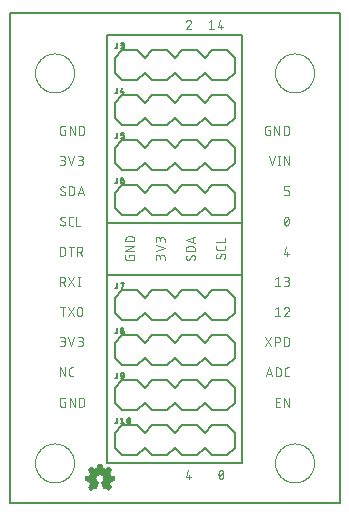
<source format=gto>
G75*
%MOIN*%
%OFA0B0*%
%FSLAX25Y25*%
%IPPOS*%
%LPD*%
%AMOC8*
5,1,8,0,0,1.08239X$1,22.5*
%
%ADD10C,0.00800*%
%ADD11C,0.00300*%
%ADD12C,0.00000*%
%ADD13C,0.00500*%
%ADD14C,0.00299*%
D10*
X0001400Y0032750D02*
X0001400Y0196250D01*
X0111400Y0196250D01*
X0111400Y0032750D01*
X0001400Y0032750D01*
X0033900Y0046250D02*
X0078900Y0046250D01*
X0078900Y0108750D01*
X0078900Y0126250D01*
X0078900Y0188750D01*
X0033900Y0188750D01*
X0033900Y0126250D01*
X0033900Y0108750D01*
X0078900Y0108750D01*
X0073900Y0103750D02*
X0076400Y0101250D01*
X0076400Y0096250D01*
X0073900Y0093750D01*
X0068900Y0093750D01*
X0066400Y0096250D01*
X0063900Y0093750D01*
X0058900Y0093750D01*
X0056400Y0096250D01*
X0053900Y0093750D01*
X0048900Y0093750D01*
X0046400Y0096250D01*
X0043900Y0093750D01*
X0038900Y0093750D01*
X0036400Y0096250D01*
X0036400Y0101250D01*
X0038900Y0103750D01*
X0043900Y0103750D01*
X0046400Y0101250D01*
X0048900Y0103750D01*
X0053900Y0103750D01*
X0056400Y0101250D01*
X0058900Y0103750D01*
X0063900Y0103750D01*
X0066400Y0101250D01*
X0068900Y0103750D01*
X0073900Y0103750D01*
X0073900Y0088750D02*
X0068900Y0088750D01*
X0066400Y0086250D01*
X0063900Y0088750D01*
X0058900Y0088750D01*
X0056400Y0086250D01*
X0053900Y0088750D01*
X0048900Y0088750D01*
X0046400Y0086250D01*
X0043900Y0088750D01*
X0038900Y0088750D01*
X0036400Y0086250D01*
X0036400Y0081250D01*
X0038900Y0078750D01*
X0043900Y0078750D01*
X0046400Y0081250D01*
X0048900Y0078750D01*
X0053900Y0078750D01*
X0056400Y0081250D01*
X0058900Y0078750D01*
X0063900Y0078750D01*
X0066400Y0081250D01*
X0068900Y0078750D01*
X0073900Y0078750D01*
X0076400Y0081250D01*
X0076400Y0086250D01*
X0073900Y0088750D01*
X0073900Y0073750D02*
X0068900Y0073750D01*
X0066400Y0071250D01*
X0063900Y0073750D01*
X0058900Y0073750D01*
X0056400Y0071250D01*
X0053900Y0073750D01*
X0048900Y0073750D01*
X0046400Y0071250D01*
X0043900Y0073750D01*
X0038900Y0073750D01*
X0036400Y0071250D01*
X0036400Y0066250D01*
X0038900Y0063750D01*
X0043900Y0063750D01*
X0046400Y0066250D01*
X0048900Y0063750D01*
X0053900Y0063750D01*
X0056400Y0066250D01*
X0058900Y0063750D01*
X0063900Y0063750D01*
X0066400Y0066250D01*
X0068900Y0063750D01*
X0073900Y0063750D01*
X0076400Y0066250D01*
X0076400Y0071250D01*
X0073900Y0073750D01*
X0073900Y0058750D02*
X0068900Y0058750D01*
X0066400Y0056250D01*
X0063900Y0058750D01*
X0058900Y0058750D01*
X0056400Y0056250D01*
X0053900Y0058750D01*
X0048900Y0058750D01*
X0046400Y0056250D01*
X0043900Y0058750D01*
X0038900Y0058750D01*
X0036400Y0056250D01*
X0036400Y0051250D01*
X0038900Y0048750D01*
X0043900Y0048750D01*
X0046400Y0051250D01*
X0048900Y0048750D01*
X0053900Y0048750D01*
X0056400Y0051250D01*
X0058900Y0048750D01*
X0063900Y0048750D01*
X0066400Y0051250D01*
X0068900Y0048750D01*
X0073900Y0048750D01*
X0076400Y0051250D01*
X0076400Y0056250D01*
X0073900Y0058750D01*
X0078900Y0126250D02*
X0033900Y0126250D01*
X0036400Y0131250D02*
X0038900Y0128750D01*
X0043900Y0128750D01*
X0046400Y0131250D01*
X0048900Y0128750D01*
X0053900Y0128750D01*
X0056400Y0131250D01*
X0058900Y0128750D01*
X0063900Y0128750D01*
X0066400Y0131250D01*
X0068900Y0128750D01*
X0073900Y0128750D01*
X0076400Y0131250D01*
X0076400Y0136250D01*
X0073900Y0138750D01*
X0068900Y0138750D01*
X0066400Y0136250D01*
X0063900Y0138750D01*
X0058900Y0138750D01*
X0056400Y0136250D01*
X0053900Y0138750D01*
X0048900Y0138750D01*
X0046400Y0136250D01*
X0043900Y0138750D01*
X0038900Y0138750D01*
X0036400Y0136250D01*
X0036400Y0131250D01*
X0038900Y0143750D02*
X0043900Y0143750D01*
X0046400Y0146250D01*
X0048900Y0143750D01*
X0053900Y0143750D01*
X0056400Y0146250D01*
X0058900Y0143750D01*
X0063900Y0143750D01*
X0066400Y0146250D01*
X0068900Y0143750D01*
X0073900Y0143750D01*
X0076400Y0146250D01*
X0076400Y0151250D01*
X0073900Y0153750D01*
X0068900Y0153750D01*
X0066400Y0151250D01*
X0063900Y0153750D01*
X0058900Y0153750D01*
X0056400Y0151250D01*
X0053900Y0153750D01*
X0048900Y0153750D01*
X0046400Y0151250D01*
X0043900Y0153750D01*
X0038900Y0153750D01*
X0036400Y0151250D01*
X0036400Y0146250D01*
X0038900Y0143750D01*
X0038900Y0158750D02*
X0043900Y0158750D01*
X0046400Y0161250D01*
X0048900Y0158750D01*
X0053900Y0158750D01*
X0056400Y0161250D01*
X0058900Y0158750D01*
X0063900Y0158750D01*
X0066400Y0161250D01*
X0068900Y0158750D01*
X0073900Y0158750D01*
X0076400Y0161250D01*
X0076400Y0166250D01*
X0073900Y0168750D01*
X0068900Y0168750D01*
X0066400Y0166250D01*
X0063900Y0168750D01*
X0058900Y0168750D01*
X0056400Y0166250D01*
X0053900Y0168750D01*
X0048900Y0168750D01*
X0046400Y0166250D01*
X0043900Y0168750D01*
X0038900Y0168750D01*
X0036400Y0166250D01*
X0036400Y0161250D01*
X0038900Y0158750D01*
X0038900Y0173750D02*
X0043900Y0173750D01*
X0046400Y0176250D01*
X0048900Y0173750D01*
X0053900Y0173750D01*
X0056400Y0176250D01*
X0058900Y0173750D01*
X0063900Y0173750D01*
X0066400Y0176250D01*
X0068900Y0173750D01*
X0073900Y0173750D01*
X0076400Y0176250D01*
X0076400Y0181250D01*
X0073900Y0183750D01*
X0068900Y0183750D01*
X0066400Y0181250D01*
X0063900Y0183750D01*
X0058900Y0183750D01*
X0056400Y0181250D01*
X0053900Y0183750D01*
X0048900Y0183750D01*
X0046400Y0181250D01*
X0043900Y0183750D01*
X0038900Y0183750D01*
X0036400Y0181250D01*
X0036400Y0176250D01*
X0038900Y0173750D01*
X0033900Y0108750D02*
X0033900Y0046250D01*
D11*
X0025417Y0065015D02*
X0024583Y0065015D01*
X0024583Y0068015D01*
X0025417Y0068015D01*
X0025474Y0068013D01*
X0025530Y0068007D01*
X0025586Y0067998D01*
X0025642Y0067984D01*
X0025696Y0067967D01*
X0025749Y0067946D01*
X0025800Y0067922D01*
X0025850Y0067894D01*
X0025897Y0067863D01*
X0025943Y0067828D01*
X0025986Y0067791D01*
X0026026Y0067751D01*
X0026063Y0067708D01*
X0026098Y0067662D01*
X0026129Y0067615D01*
X0026157Y0067565D01*
X0026181Y0067514D01*
X0026202Y0067461D01*
X0026219Y0067407D01*
X0026233Y0067351D01*
X0026242Y0067295D01*
X0026248Y0067239D01*
X0026250Y0067182D01*
X0026250Y0065848D01*
X0026248Y0065791D01*
X0026242Y0065735D01*
X0026233Y0065679D01*
X0026219Y0065623D01*
X0026202Y0065569D01*
X0026181Y0065516D01*
X0026157Y0065465D01*
X0026129Y0065415D01*
X0026098Y0065368D01*
X0026063Y0065322D01*
X0026026Y0065279D01*
X0025986Y0065239D01*
X0025943Y0065202D01*
X0025897Y0065167D01*
X0025850Y0065136D01*
X0025800Y0065108D01*
X0025749Y0065084D01*
X0025696Y0065063D01*
X0025642Y0065046D01*
X0025586Y0065032D01*
X0025530Y0065023D01*
X0025474Y0065017D01*
X0025417Y0065015D01*
X0023082Y0065015D02*
X0023082Y0068015D01*
X0021415Y0068015D02*
X0023082Y0065015D01*
X0021415Y0065015D02*
X0021415Y0068015D01*
X0019914Y0068015D02*
X0018914Y0068015D01*
X0018864Y0068013D01*
X0018815Y0068008D01*
X0018766Y0067998D01*
X0018717Y0067985D01*
X0018670Y0067969D01*
X0018625Y0067949D01*
X0018580Y0067926D01*
X0018538Y0067899D01*
X0018498Y0067869D01*
X0018460Y0067837D01*
X0018425Y0067802D01*
X0018393Y0067764D01*
X0018363Y0067724D01*
X0018336Y0067681D01*
X0018313Y0067637D01*
X0018293Y0067592D01*
X0018277Y0067545D01*
X0018264Y0067496D01*
X0018254Y0067447D01*
X0018249Y0067398D01*
X0018247Y0067348D01*
X0018247Y0065682D01*
X0018249Y0065632D01*
X0018254Y0065583D01*
X0018264Y0065534D01*
X0018277Y0065485D01*
X0018293Y0065438D01*
X0018313Y0065393D01*
X0018336Y0065349D01*
X0018363Y0065306D01*
X0018393Y0065266D01*
X0018425Y0065228D01*
X0018460Y0065193D01*
X0018498Y0065161D01*
X0018538Y0065131D01*
X0018581Y0065104D01*
X0018625Y0065081D01*
X0018670Y0065061D01*
X0018717Y0065045D01*
X0018766Y0065032D01*
X0018815Y0065022D01*
X0018864Y0065017D01*
X0018914Y0065015D01*
X0019914Y0065015D01*
X0019914Y0066682D01*
X0019414Y0066682D01*
X0019914Y0075080D02*
X0019914Y0078080D01*
X0021307Y0077413D02*
X0021307Y0075747D01*
X0021309Y0075697D01*
X0021314Y0075648D01*
X0021324Y0075599D01*
X0021337Y0075550D01*
X0021353Y0075503D01*
X0021373Y0075458D01*
X0021396Y0075414D01*
X0021423Y0075371D01*
X0021453Y0075331D01*
X0021485Y0075293D01*
X0021520Y0075258D01*
X0021558Y0075226D01*
X0021598Y0075196D01*
X0021641Y0075169D01*
X0021685Y0075146D01*
X0021730Y0075126D01*
X0021777Y0075110D01*
X0021826Y0075097D01*
X0021875Y0075087D01*
X0021924Y0075082D01*
X0021974Y0075080D01*
X0022640Y0075080D01*
X0021307Y0077413D02*
X0021309Y0077463D01*
X0021314Y0077512D01*
X0021324Y0077561D01*
X0021337Y0077610D01*
X0021353Y0077657D01*
X0021373Y0077702D01*
X0021396Y0077746D01*
X0021423Y0077789D01*
X0021453Y0077829D01*
X0021485Y0077867D01*
X0021520Y0077902D01*
X0021558Y0077934D01*
X0021598Y0077964D01*
X0021640Y0077991D01*
X0021685Y0078014D01*
X0021730Y0078034D01*
X0021777Y0078050D01*
X0021826Y0078063D01*
X0021875Y0078073D01*
X0021924Y0078078D01*
X0021974Y0078080D01*
X0022640Y0078080D01*
X0019914Y0075080D02*
X0018247Y0078080D01*
X0018247Y0075080D01*
X0018247Y0085145D02*
X0019081Y0085145D01*
X0019138Y0085147D01*
X0019194Y0085153D01*
X0019250Y0085162D01*
X0019306Y0085176D01*
X0019360Y0085193D01*
X0019413Y0085214D01*
X0019464Y0085238D01*
X0019514Y0085266D01*
X0019561Y0085297D01*
X0019607Y0085332D01*
X0019650Y0085369D01*
X0019690Y0085409D01*
X0019727Y0085452D01*
X0019762Y0085498D01*
X0019793Y0085545D01*
X0019821Y0085595D01*
X0019845Y0085646D01*
X0019866Y0085699D01*
X0019883Y0085753D01*
X0019897Y0085809D01*
X0019906Y0085865D01*
X0019912Y0085921D01*
X0019914Y0085978D01*
X0019912Y0086035D01*
X0019906Y0086091D01*
X0019897Y0086147D01*
X0019883Y0086203D01*
X0019866Y0086257D01*
X0019845Y0086310D01*
X0019821Y0086361D01*
X0019793Y0086411D01*
X0019762Y0086458D01*
X0019727Y0086504D01*
X0019690Y0086547D01*
X0019650Y0086587D01*
X0019607Y0086624D01*
X0019561Y0086659D01*
X0019514Y0086690D01*
X0019464Y0086718D01*
X0019413Y0086742D01*
X0019360Y0086763D01*
X0019306Y0086780D01*
X0019250Y0086794D01*
X0019194Y0086803D01*
X0019138Y0086809D01*
X0019081Y0086811D01*
X0019247Y0086812D02*
X0018581Y0086812D01*
X0019247Y0086811D02*
X0019297Y0086813D01*
X0019346Y0086818D01*
X0019395Y0086828D01*
X0019444Y0086841D01*
X0019491Y0086857D01*
X0019536Y0086877D01*
X0019581Y0086900D01*
X0019623Y0086927D01*
X0019663Y0086957D01*
X0019701Y0086989D01*
X0019736Y0087024D01*
X0019768Y0087062D01*
X0019798Y0087102D01*
X0019825Y0087145D01*
X0019848Y0087189D01*
X0019868Y0087234D01*
X0019884Y0087281D01*
X0019897Y0087330D01*
X0019907Y0087379D01*
X0019912Y0087428D01*
X0019914Y0087478D01*
X0019912Y0087528D01*
X0019907Y0087577D01*
X0019897Y0087626D01*
X0019884Y0087675D01*
X0019868Y0087722D01*
X0019848Y0087767D01*
X0019825Y0087812D01*
X0019798Y0087854D01*
X0019768Y0087894D01*
X0019736Y0087932D01*
X0019701Y0087967D01*
X0019663Y0087999D01*
X0019623Y0088029D01*
X0019580Y0088056D01*
X0019536Y0088079D01*
X0019491Y0088099D01*
X0019444Y0088115D01*
X0019395Y0088128D01*
X0019346Y0088138D01*
X0019297Y0088143D01*
X0019247Y0088145D01*
X0018247Y0088145D01*
X0021051Y0088145D02*
X0022051Y0085145D01*
X0023051Y0088145D01*
X0024187Y0088145D02*
X0025187Y0088145D01*
X0025237Y0088143D01*
X0025286Y0088138D01*
X0025335Y0088128D01*
X0025384Y0088115D01*
X0025431Y0088099D01*
X0025476Y0088079D01*
X0025520Y0088056D01*
X0025563Y0088029D01*
X0025603Y0087999D01*
X0025641Y0087967D01*
X0025676Y0087932D01*
X0025708Y0087894D01*
X0025738Y0087854D01*
X0025765Y0087812D01*
X0025788Y0087767D01*
X0025808Y0087722D01*
X0025824Y0087675D01*
X0025837Y0087626D01*
X0025847Y0087577D01*
X0025852Y0087528D01*
X0025854Y0087478D01*
X0025852Y0087428D01*
X0025847Y0087379D01*
X0025837Y0087330D01*
X0025824Y0087281D01*
X0025808Y0087234D01*
X0025788Y0087189D01*
X0025765Y0087145D01*
X0025738Y0087102D01*
X0025708Y0087062D01*
X0025676Y0087024D01*
X0025641Y0086989D01*
X0025603Y0086957D01*
X0025563Y0086927D01*
X0025521Y0086900D01*
X0025476Y0086877D01*
X0025431Y0086857D01*
X0025384Y0086841D01*
X0025335Y0086828D01*
X0025286Y0086818D01*
X0025237Y0086813D01*
X0025187Y0086811D01*
X0025187Y0086812D02*
X0024521Y0086812D01*
X0025021Y0086811D02*
X0025078Y0086809D01*
X0025134Y0086803D01*
X0025190Y0086794D01*
X0025246Y0086780D01*
X0025300Y0086763D01*
X0025353Y0086742D01*
X0025404Y0086718D01*
X0025454Y0086690D01*
X0025501Y0086659D01*
X0025547Y0086624D01*
X0025590Y0086587D01*
X0025630Y0086547D01*
X0025667Y0086504D01*
X0025702Y0086458D01*
X0025733Y0086411D01*
X0025761Y0086361D01*
X0025785Y0086310D01*
X0025806Y0086257D01*
X0025823Y0086203D01*
X0025837Y0086147D01*
X0025846Y0086091D01*
X0025852Y0086035D01*
X0025854Y0085978D01*
X0025852Y0085921D01*
X0025846Y0085865D01*
X0025837Y0085809D01*
X0025823Y0085753D01*
X0025806Y0085699D01*
X0025785Y0085646D01*
X0025761Y0085595D01*
X0025733Y0085545D01*
X0025702Y0085498D01*
X0025667Y0085452D01*
X0025630Y0085409D01*
X0025590Y0085369D01*
X0025547Y0085332D01*
X0025501Y0085297D01*
X0025454Y0085266D01*
X0025404Y0085238D01*
X0025353Y0085214D01*
X0025300Y0085193D01*
X0025246Y0085176D01*
X0025190Y0085162D01*
X0025134Y0085153D01*
X0025078Y0085147D01*
X0025021Y0085145D01*
X0024187Y0085145D01*
X0022853Y0095210D02*
X0020853Y0098210D01*
X0019914Y0098210D02*
X0018247Y0098210D01*
X0019081Y0098210D02*
X0019081Y0095210D01*
X0020853Y0095210D02*
X0022853Y0098210D01*
X0023989Y0097377D02*
X0023989Y0096043D01*
X0023990Y0096043D02*
X0023992Y0095986D01*
X0023998Y0095930D01*
X0024007Y0095874D01*
X0024021Y0095818D01*
X0024038Y0095764D01*
X0024059Y0095711D01*
X0024083Y0095660D01*
X0024111Y0095610D01*
X0024142Y0095563D01*
X0024177Y0095517D01*
X0024214Y0095474D01*
X0024254Y0095434D01*
X0024297Y0095397D01*
X0024343Y0095362D01*
X0024390Y0095331D01*
X0024440Y0095303D01*
X0024491Y0095279D01*
X0024544Y0095258D01*
X0024598Y0095241D01*
X0024654Y0095227D01*
X0024710Y0095218D01*
X0024766Y0095212D01*
X0024823Y0095210D01*
X0024880Y0095212D01*
X0024936Y0095218D01*
X0024992Y0095227D01*
X0025048Y0095241D01*
X0025102Y0095258D01*
X0025155Y0095279D01*
X0025206Y0095303D01*
X0025256Y0095331D01*
X0025303Y0095362D01*
X0025349Y0095397D01*
X0025392Y0095434D01*
X0025432Y0095474D01*
X0025469Y0095517D01*
X0025504Y0095563D01*
X0025535Y0095610D01*
X0025563Y0095660D01*
X0025587Y0095711D01*
X0025608Y0095764D01*
X0025625Y0095818D01*
X0025639Y0095874D01*
X0025648Y0095930D01*
X0025654Y0095986D01*
X0025656Y0096043D01*
X0025656Y0097377D01*
X0025654Y0097434D01*
X0025648Y0097490D01*
X0025639Y0097546D01*
X0025625Y0097602D01*
X0025608Y0097656D01*
X0025587Y0097709D01*
X0025563Y0097760D01*
X0025535Y0097810D01*
X0025504Y0097857D01*
X0025469Y0097903D01*
X0025432Y0097946D01*
X0025392Y0097986D01*
X0025349Y0098023D01*
X0025303Y0098058D01*
X0025256Y0098089D01*
X0025206Y0098117D01*
X0025155Y0098141D01*
X0025102Y0098162D01*
X0025048Y0098179D01*
X0024992Y0098193D01*
X0024936Y0098202D01*
X0024880Y0098208D01*
X0024823Y0098210D01*
X0024766Y0098208D01*
X0024710Y0098202D01*
X0024654Y0098193D01*
X0024598Y0098179D01*
X0024544Y0098162D01*
X0024491Y0098141D01*
X0024440Y0098117D01*
X0024390Y0098089D01*
X0024343Y0098058D01*
X0024297Y0098023D01*
X0024254Y0097986D01*
X0024214Y0097946D01*
X0024177Y0097903D01*
X0024142Y0097857D01*
X0024111Y0097810D01*
X0024083Y0097760D01*
X0024059Y0097709D01*
X0024038Y0097656D01*
X0024021Y0097602D01*
X0024007Y0097546D01*
X0023998Y0097490D01*
X0023992Y0097434D01*
X0023990Y0097377D01*
X0024073Y0105275D02*
X0024740Y0105275D01*
X0024406Y0105275D02*
X0024406Y0108275D01*
X0024073Y0108275D02*
X0024740Y0108275D01*
X0023030Y0108275D02*
X0021030Y0105275D01*
X0019914Y0105275D02*
X0019247Y0106608D01*
X0019081Y0106608D02*
X0018247Y0106608D01*
X0019081Y0106609D02*
X0019138Y0106611D01*
X0019194Y0106617D01*
X0019250Y0106626D01*
X0019306Y0106640D01*
X0019360Y0106657D01*
X0019413Y0106678D01*
X0019464Y0106702D01*
X0019514Y0106730D01*
X0019561Y0106761D01*
X0019607Y0106796D01*
X0019650Y0106833D01*
X0019690Y0106873D01*
X0019727Y0106916D01*
X0019762Y0106962D01*
X0019793Y0107009D01*
X0019821Y0107059D01*
X0019845Y0107110D01*
X0019866Y0107163D01*
X0019883Y0107217D01*
X0019897Y0107273D01*
X0019906Y0107329D01*
X0019912Y0107385D01*
X0019914Y0107442D01*
X0019912Y0107499D01*
X0019906Y0107555D01*
X0019897Y0107611D01*
X0019883Y0107667D01*
X0019866Y0107721D01*
X0019845Y0107774D01*
X0019821Y0107825D01*
X0019793Y0107875D01*
X0019762Y0107922D01*
X0019727Y0107968D01*
X0019690Y0108011D01*
X0019650Y0108051D01*
X0019607Y0108088D01*
X0019561Y0108123D01*
X0019514Y0108154D01*
X0019464Y0108182D01*
X0019413Y0108206D01*
X0019360Y0108227D01*
X0019306Y0108244D01*
X0019250Y0108258D01*
X0019194Y0108267D01*
X0019138Y0108273D01*
X0019081Y0108275D01*
X0018247Y0108275D01*
X0018247Y0105275D01*
X0021030Y0108275D02*
X0023030Y0105275D01*
X0024010Y0115340D02*
X0024010Y0118340D01*
X0024843Y0118340D01*
X0024900Y0118338D01*
X0024956Y0118332D01*
X0025012Y0118323D01*
X0025068Y0118309D01*
X0025122Y0118292D01*
X0025175Y0118271D01*
X0025226Y0118247D01*
X0025276Y0118219D01*
X0025323Y0118188D01*
X0025369Y0118153D01*
X0025412Y0118116D01*
X0025452Y0118076D01*
X0025489Y0118033D01*
X0025524Y0117987D01*
X0025555Y0117940D01*
X0025583Y0117890D01*
X0025607Y0117839D01*
X0025628Y0117786D01*
X0025645Y0117732D01*
X0025659Y0117676D01*
X0025668Y0117620D01*
X0025674Y0117564D01*
X0025676Y0117507D01*
X0025674Y0117450D01*
X0025668Y0117394D01*
X0025659Y0117338D01*
X0025645Y0117282D01*
X0025628Y0117228D01*
X0025607Y0117175D01*
X0025583Y0117124D01*
X0025555Y0117074D01*
X0025524Y0117027D01*
X0025489Y0116981D01*
X0025452Y0116938D01*
X0025412Y0116898D01*
X0025369Y0116861D01*
X0025323Y0116826D01*
X0025276Y0116795D01*
X0025226Y0116767D01*
X0025175Y0116743D01*
X0025122Y0116722D01*
X0025068Y0116705D01*
X0025012Y0116691D01*
X0024956Y0116682D01*
X0024900Y0116676D01*
X0024843Y0116674D01*
X0024843Y0116673D02*
X0024010Y0116673D01*
X0025010Y0116673D02*
X0025676Y0115340D01*
X0022785Y0118340D02*
X0021118Y0118340D01*
X0021952Y0118340D02*
X0021952Y0115340D01*
X0019914Y0116173D02*
X0019914Y0117507D01*
X0019912Y0117564D01*
X0019906Y0117620D01*
X0019897Y0117676D01*
X0019883Y0117732D01*
X0019866Y0117786D01*
X0019845Y0117839D01*
X0019821Y0117890D01*
X0019793Y0117940D01*
X0019762Y0117987D01*
X0019727Y0118033D01*
X0019690Y0118076D01*
X0019650Y0118116D01*
X0019607Y0118153D01*
X0019561Y0118188D01*
X0019514Y0118219D01*
X0019464Y0118247D01*
X0019413Y0118271D01*
X0019360Y0118292D01*
X0019306Y0118309D01*
X0019250Y0118323D01*
X0019194Y0118332D01*
X0019138Y0118338D01*
X0019081Y0118340D01*
X0018247Y0118340D01*
X0018247Y0115340D01*
X0019081Y0115340D01*
X0019138Y0115342D01*
X0019194Y0115348D01*
X0019250Y0115357D01*
X0019306Y0115371D01*
X0019360Y0115388D01*
X0019413Y0115409D01*
X0019464Y0115433D01*
X0019514Y0115461D01*
X0019561Y0115492D01*
X0019607Y0115527D01*
X0019650Y0115564D01*
X0019690Y0115604D01*
X0019727Y0115647D01*
X0019762Y0115693D01*
X0019793Y0115740D01*
X0019821Y0115790D01*
X0019845Y0115841D01*
X0019866Y0115894D01*
X0019883Y0115948D01*
X0019897Y0116004D01*
X0019906Y0116060D01*
X0019912Y0116116D01*
X0019914Y0116173D01*
X0021776Y0125405D02*
X0022442Y0125405D01*
X0021776Y0125405D02*
X0021726Y0125407D01*
X0021677Y0125412D01*
X0021628Y0125422D01*
X0021579Y0125435D01*
X0021532Y0125451D01*
X0021487Y0125471D01*
X0021443Y0125494D01*
X0021400Y0125521D01*
X0021360Y0125551D01*
X0021322Y0125583D01*
X0021287Y0125618D01*
X0021255Y0125656D01*
X0021225Y0125696D01*
X0021198Y0125739D01*
X0021175Y0125783D01*
X0021155Y0125828D01*
X0021139Y0125875D01*
X0021126Y0125924D01*
X0021116Y0125973D01*
X0021111Y0126022D01*
X0021109Y0126072D01*
X0021109Y0127738D01*
X0021111Y0127788D01*
X0021116Y0127837D01*
X0021126Y0127886D01*
X0021139Y0127935D01*
X0021155Y0127982D01*
X0021175Y0128027D01*
X0021198Y0128071D01*
X0021225Y0128114D01*
X0021255Y0128154D01*
X0021287Y0128192D01*
X0021322Y0128227D01*
X0021360Y0128259D01*
X0021400Y0128289D01*
X0021442Y0128316D01*
X0021487Y0128339D01*
X0021532Y0128359D01*
X0021579Y0128375D01*
X0021628Y0128388D01*
X0021677Y0128398D01*
X0021726Y0128403D01*
X0021776Y0128405D01*
X0022442Y0128405D01*
X0023699Y0128405D02*
X0023699Y0125405D01*
X0025032Y0125405D01*
X0024120Y0135470D02*
X0025120Y0138470D01*
X0026120Y0135470D01*
X0025870Y0136220D02*
X0024370Y0136220D01*
X0022884Y0136303D02*
X0022884Y0137637D01*
X0022882Y0137694D01*
X0022876Y0137750D01*
X0022867Y0137806D01*
X0022853Y0137862D01*
X0022836Y0137916D01*
X0022815Y0137969D01*
X0022791Y0138020D01*
X0022763Y0138070D01*
X0022732Y0138117D01*
X0022697Y0138163D01*
X0022660Y0138206D01*
X0022620Y0138246D01*
X0022577Y0138283D01*
X0022531Y0138318D01*
X0022484Y0138349D01*
X0022434Y0138377D01*
X0022383Y0138401D01*
X0022330Y0138422D01*
X0022276Y0138439D01*
X0022220Y0138453D01*
X0022164Y0138462D01*
X0022108Y0138468D01*
X0022051Y0138470D01*
X0021217Y0138470D01*
X0021217Y0135470D01*
X0022051Y0135470D01*
X0022108Y0135472D01*
X0022164Y0135478D01*
X0022220Y0135487D01*
X0022276Y0135501D01*
X0022330Y0135518D01*
X0022383Y0135539D01*
X0022434Y0135563D01*
X0022484Y0135591D01*
X0022531Y0135622D01*
X0022577Y0135657D01*
X0022620Y0135694D01*
X0022660Y0135734D01*
X0022697Y0135777D01*
X0022732Y0135823D01*
X0022763Y0135870D01*
X0022791Y0135920D01*
X0022815Y0135971D01*
X0022836Y0136024D01*
X0022853Y0136078D01*
X0022867Y0136134D01*
X0022876Y0136190D01*
X0022882Y0136246D01*
X0022884Y0136303D01*
X0019581Y0136720D02*
X0018664Y0137220D01*
X0018997Y0138470D02*
X0019064Y0138468D01*
X0019131Y0138463D01*
X0019197Y0138454D01*
X0019263Y0138441D01*
X0019328Y0138425D01*
X0019392Y0138406D01*
X0019455Y0138383D01*
X0019517Y0138357D01*
X0019577Y0138327D01*
X0019636Y0138295D01*
X0019692Y0138259D01*
X0019747Y0138220D01*
X0018664Y0137220D02*
X0018622Y0137247D01*
X0018582Y0137277D01*
X0018544Y0137310D01*
X0018509Y0137346D01*
X0018476Y0137384D01*
X0018447Y0137424D01*
X0018420Y0137467D01*
X0018397Y0137512D01*
X0018377Y0137558D01*
X0018361Y0137605D01*
X0018348Y0137654D01*
X0018338Y0137703D01*
X0018333Y0137753D01*
X0018331Y0137803D01*
X0018330Y0137803D02*
X0018332Y0137853D01*
X0018337Y0137902D01*
X0018347Y0137951D01*
X0018360Y0138000D01*
X0018376Y0138047D01*
X0018396Y0138092D01*
X0018419Y0138137D01*
X0018446Y0138179D01*
X0018476Y0138219D01*
X0018508Y0138257D01*
X0018543Y0138292D01*
X0018581Y0138324D01*
X0018621Y0138354D01*
X0018664Y0138381D01*
X0018708Y0138404D01*
X0018753Y0138424D01*
X0018800Y0138440D01*
X0018849Y0138453D01*
X0018898Y0138463D01*
X0018947Y0138468D01*
X0018997Y0138470D01*
X0018247Y0135887D02*
X0018301Y0135835D01*
X0018357Y0135787D01*
X0018416Y0135742D01*
X0018477Y0135700D01*
X0018540Y0135661D01*
X0018605Y0135625D01*
X0018671Y0135593D01*
X0018740Y0135565D01*
X0018810Y0135540D01*
X0018881Y0135518D01*
X0018953Y0135501D01*
X0019026Y0135488D01*
X0019099Y0135478D01*
X0019173Y0135472D01*
X0019247Y0135470D01*
X0019297Y0135472D01*
X0019346Y0135477D01*
X0019395Y0135487D01*
X0019444Y0135500D01*
X0019491Y0135516D01*
X0019536Y0135536D01*
X0019581Y0135559D01*
X0019623Y0135586D01*
X0019663Y0135616D01*
X0019701Y0135648D01*
X0019736Y0135683D01*
X0019768Y0135721D01*
X0019798Y0135761D01*
X0019825Y0135804D01*
X0019848Y0135848D01*
X0019868Y0135893D01*
X0019884Y0135940D01*
X0019897Y0135989D01*
X0019907Y0136038D01*
X0019912Y0136087D01*
X0019914Y0136137D01*
X0019912Y0136187D01*
X0019907Y0136237D01*
X0019897Y0136286D01*
X0019884Y0136335D01*
X0019868Y0136382D01*
X0019848Y0136428D01*
X0019825Y0136473D01*
X0019798Y0136516D01*
X0019769Y0136556D01*
X0019736Y0136594D01*
X0019701Y0136630D01*
X0019663Y0136663D01*
X0019623Y0136693D01*
X0019581Y0136720D01*
X0019081Y0145535D02*
X0018247Y0145535D01*
X0019081Y0145535D02*
X0019138Y0145537D01*
X0019194Y0145543D01*
X0019250Y0145552D01*
X0019306Y0145566D01*
X0019360Y0145583D01*
X0019413Y0145604D01*
X0019464Y0145628D01*
X0019514Y0145656D01*
X0019561Y0145687D01*
X0019607Y0145722D01*
X0019650Y0145759D01*
X0019690Y0145799D01*
X0019727Y0145842D01*
X0019762Y0145888D01*
X0019793Y0145935D01*
X0019821Y0145985D01*
X0019845Y0146036D01*
X0019866Y0146089D01*
X0019883Y0146143D01*
X0019897Y0146199D01*
X0019906Y0146255D01*
X0019912Y0146311D01*
X0019914Y0146368D01*
X0019912Y0146425D01*
X0019906Y0146481D01*
X0019897Y0146537D01*
X0019883Y0146593D01*
X0019866Y0146647D01*
X0019845Y0146700D01*
X0019821Y0146751D01*
X0019793Y0146801D01*
X0019762Y0146848D01*
X0019727Y0146894D01*
X0019690Y0146937D01*
X0019650Y0146977D01*
X0019607Y0147014D01*
X0019561Y0147049D01*
X0019514Y0147080D01*
X0019464Y0147108D01*
X0019413Y0147132D01*
X0019360Y0147153D01*
X0019306Y0147170D01*
X0019250Y0147184D01*
X0019194Y0147193D01*
X0019138Y0147199D01*
X0019081Y0147201D01*
X0019247Y0147202D02*
X0018581Y0147202D01*
X0019247Y0147201D02*
X0019297Y0147203D01*
X0019346Y0147208D01*
X0019395Y0147218D01*
X0019444Y0147231D01*
X0019491Y0147247D01*
X0019536Y0147267D01*
X0019581Y0147290D01*
X0019623Y0147317D01*
X0019663Y0147347D01*
X0019701Y0147379D01*
X0019736Y0147414D01*
X0019768Y0147452D01*
X0019798Y0147492D01*
X0019825Y0147535D01*
X0019848Y0147579D01*
X0019868Y0147624D01*
X0019884Y0147671D01*
X0019897Y0147720D01*
X0019907Y0147769D01*
X0019912Y0147818D01*
X0019914Y0147868D01*
X0019912Y0147918D01*
X0019907Y0147967D01*
X0019897Y0148016D01*
X0019884Y0148065D01*
X0019868Y0148112D01*
X0019848Y0148157D01*
X0019825Y0148202D01*
X0019798Y0148244D01*
X0019768Y0148284D01*
X0019736Y0148322D01*
X0019701Y0148357D01*
X0019663Y0148389D01*
X0019623Y0148419D01*
X0019580Y0148446D01*
X0019536Y0148469D01*
X0019491Y0148489D01*
X0019444Y0148505D01*
X0019395Y0148518D01*
X0019346Y0148528D01*
X0019297Y0148533D01*
X0019247Y0148535D01*
X0018247Y0148535D01*
X0021051Y0148535D02*
X0022051Y0145535D01*
X0023051Y0148535D01*
X0024187Y0148535D02*
X0025187Y0148535D01*
X0025237Y0148533D01*
X0025286Y0148528D01*
X0025335Y0148518D01*
X0025384Y0148505D01*
X0025431Y0148489D01*
X0025476Y0148469D01*
X0025520Y0148446D01*
X0025563Y0148419D01*
X0025603Y0148389D01*
X0025641Y0148357D01*
X0025676Y0148322D01*
X0025708Y0148284D01*
X0025738Y0148244D01*
X0025765Y0148202D01*
X0025788Y0148157D01*
X0025808Y0148112D01*
X0025824Y0148065D01*
X0025837Y0148016D01*
X0025847Y0147967D01*
X0025852Y0147918D01*
X0025854Y0147868D01*
X0025852Y0147818D01*
X0025847Y0147769D01*
X0025837Y0147720D01*
X0025824Y0147671D01*
X0025808Y0147624D01*
X0025788Y0147579D01*
X0025765Y0147535D01*
X0025738Y0147492D01*
X0025708Y0147452D01*
X0025676Y0147414D01*
X0025641Y0147379D01*
X0025603Y0147347D01*
X0025563Y0147317D01*
X0025521Y0147290D01*
X0025476Y0147267D01*
X0025431Y0147247D01*
X0025384Y0147231D01*
X0025335Y0147218D01*
X0025286Y0147208D01*
X0025237Y0147203D01*
X0025187Y0147201D01*
X0025187Y0147202D02*
X0024521Y0147202D01*
X0025021Y0147201D02*
X0025078Y0147199D01*
X0025134Y0147193D01*
X0025190Y0147184D01*
X0025246Y0147170D01*
X0025300Y0147153D01*
X0025353Y0147132D01*
X0025404Y0147108D01*
X0025454Y0147080D01*
X0025501Y0147049D01*
X0025547Y0147014D01*
X0025590Y0146977D01*
X0025630Y0146937D01*
X0025667Y0146894D01*
X0025702Y0146848D01*
X0025733Y0146801D01*
X0025761Y0146751D01*
X0025785Y0146700D01*
X0025806Y0146647D01*
X0025823Y0146593D01*
X0025837Y0146537D01*
X0025846Y0146481D01*
X0025852Y0146425D01*
X0025854Y0146368D01*
X0025852Y0146311D01*
X0025846Y0146255D01*
X0025837Y0146199D01*
X0025823Y0146143D01*
X0025806Y0146089D01*
X0025785Y0146036D01*
X0025761Y0145985D01*
X0025733Y0145935D01*
X0025702Y0145888D01*
X0025667Y0145842D01*
X0025630Y0145799D01*
X0025590Y0145759D01*
X0025547Y0145722D01*
X0025501Y0145687D01*
X0025454Y0145656D01*
X0025404Y0145628D01*
X0025353Y0145604D01*
X0025300Y0145583D01*
X0025246Y0145566D01*
X0025190Y0145552D01*
X0025134Y0145543D01*
X0025078Y0145537D01*
X0025021Y0145535D01*
X0024187Y0145535D01*
X0024583Y0155600D02*
X0025417Y0155600D01*
X0025474Y0155602D01*
X0025530Y0155608D01*
X0025586Y0155617D01*
X0025642Y0155631D01*
X0025696Y0155648D01*
X0025749Y0155669D01*
X0025800Y0155693D01*
X0025850Y0155721D01*
X0025897Y0155752D01*
X0025943Y0155787D01*
X0025986Y0155824D01*
X0026026Y0155864D01*
X0026063Y0155907D01*
X0026098Y0155953D01*
X0026129Y0156000D01*
X0026157Y0156050D01*
X0026181Y0156101D01*
X0026202Y0156154D01*
X0026219Y0156208D01*
X0026233Y0156264D01*
X0026242Y0156320D01*
X0026248Y0156376D01*
X0026250Y0156433D01*
X0026250Y0157767D01*
X0026248Y0157824D01*
X0026242Y0157880D01*
X0026233Y0157936D01*
X0026219Y0157992D01*
X0026202Y0158046D01*
X0026181Y0158099D01*
X0026157Y0158150D01*
X0026129Y0158200D01*
X0026098Y0158247D01*
X0026063Y0158293D01*
X0026026Y0158336D01*
X0025986Y0158376D01*
X0025943Y0158413D01*
X0025897Y0158448D01*
X0025850Y0158479D01*
X0025800Y0158507D01*
X0025749Y0158531D01*
X0025696Y0158552D01*
X0025642Y0158569D01*
X0025586Y0158583D01*
X0025530Y0158592D01*
X0025474Y0158598D01*
X0025417Y0158600D01*
X0024583Y0158600D01*
X0024583Y0155600D01*
X0023082Y0155600D02*
X0023082Y0158600D01*
X0021415Y0158600D02*
X0023082Y0155600D01*
X0021415Y0155600D02*
X0021415Y0158600D01*
X0019914Y0158600D02*
X0018914Y0158600D01*
X0018864Y0158598D01*
X0018815Y0158593D01*
X0018766Y0158583D01*
X0018717Y0158570D01*
X0018670Y0158554D01*
X0018625Y0158534D01*
X0018580Y0158511D01*
X0018538Y0158484D01*
X0018498Y0158454D01*
X0018460Y0158422D01*
X0018425Y0158387D01*
X0018393Y0158349D01*
X0018363Y0158309D01*
X0018336Y0158266D01*
X0018313Y0158222D01*
X0018293Y0158177D01*
X0018277Y0158130D01*
X0018264Y0158081D01*
X0018254Y0158032D01*
X0018249Y0157983D01*
X0018247Y0157933D01*
X0018247Y0156267D01*
X0018249Y0156217D01*
X0018254Y0156168D01*
X0018264Y0156119D01*
X0018277Y0156070D01*
X0018293Y0156023D01*
X0018313Y0155978D01*
X0018336Y0155934D01*
X0018363Y0155891D01*
X0018393Y0155851D01*
X0018425Y0155813D01*
X0018460Y0155778D01*
X0018498Y0155746D01*
X0018538Y0155716D01*
X0018581Y0155689D01*
X0018625Y0155666D01*
X0018670Y0155646D01*
X0018717Y0155630D01*
X0018766Y0155617D01*
X0018815Y0155607D01*
X0018864Y0155602D01*
X0018914Y0155600D01*
X0019914Y0155600D01*
X0019914Y0157267D01*
X0019414Y0157267D01*
X0018331Y0127738D02*
X0018333Y0127688D01*
X0018338Y0127638D01*
X0018348Y0127589D01*
X0018361Y0127540D01*
X0018377Y0127493D01*
X0018397Y0127447D01*
X0018420Y0127402D01*
X0018447Y0127359D01*
X0018476Y0127319D01*
X0018509Y0127281D01*
X0018544Y0127245D01*
X0018582Y0127212D01*
X0018622Y0127182D01*
X0018664Y0127155D01*
X0019581Y0126655D01*
X0019247Y0125405D02*
X0019173Y0125407D01*
X0019099Y0125413D01*
X0019026Y0125423D01*
X0018953Y0125436D01*
X0018881Y0125453D01*
X0018810Y0125475D01*
X0018740Y0125500D01*
X0018671Y0125528D01*
X0018605Y0125560D01*
X0018540Y0125596D01*
X0018477Y0125635D01*
X0018416Y0125677D01*
X0018357Y0125722D01*
X0018301Y0125770D01*
X0018247Y0125822D01*
X0019581Y0126655D02*
X0019623Y0126628D01*
X0019663Y0126598D01*
X0019701Y0126565D01*
X0019736Y0126529D01*
X0019769Y0126491D01*
X0019798Y0126451D01*
X0019825Y0126408D01*
X0019848Y0126363D01*
X0019868Y0126317D01*
X0019884Y0126270D01*
X0019897Y0126221D01*
X0019907Y0126172D01*
X0019912Y0126122D01*
X0019914Y0126072D01*
X0019912Y0126022D01*
X0019907Y0125973D01*
X0019897Y0125924D01*
X0019884Y0125875D01*
X0019868Y0125828D01*
X0019848Y0125783D01*
X0019825Y0125739D01*
X0019798Y0125696D01*
X0019768Y0125656D01*
X0019736Y0125618D01*
X0019701Y0125583D01*
X0019663Y0125551D01*
X0019623Y0125521D01*
X0019581Y0125494D01*
X0019536Y0125471D01*
X0019491Y0125451D01*
X0019444Y0125435D01*
X0019395Y0125422D01*
X0019346Y0125412D01*
X0019297Y0125407D01*
X0019247Y0125405D01*
X0019747Y0128155D02*
X0019692Y0128194D01*
X0019636Y0128230D01*
X0019577Y0128262D01*
X0019517Y0128292D01*
X0019455Y0128318D01*
X0019392Y0128341D01*
X0019328Y0128360D01*
X0019263Y0128376D01*
X0019197Y0128389D01*
X0019131Y0128398D01*
X0019064Y0128403D01*
X0018997Y0128405D01*
X0018947Y0128403D01*
X0018898Y0128398D01*
X0018849Y0128388D01*
X0018800Y0128375D01*
X0018753Y0128359D01*
X0018708Y0128339D01*
X0018664Y0128316D01*
X0018621Y0128289D01*
X0018581Y0128259D01*
X0018543Y0128227D01*
X0018508Y0128192D01*
X0018476Y0128154D01*
X0018446Y0128114D01*
X0018419Y0128072D01*
X0018396Y0128027D01*
X0018376Y0127982D01*
X0018360Y0127935D01*
X0018347Y0127886D01*
X0018337Y0127837D01*
X0018332Y0127788D01*
X0018330Y0127738D01*
X0040055Y0120918D02*
X0040055Y0120085D01*
X0043055Y0120085D01*
X0043055Y0120918D01*
X0043053Y0120975D01*
X0043047Y0121031D01*
X0043038Y0121087D01*
X0043024Y0121143D01*
X0043007Y0121197D01*
X0042986Y0121250D01*
X0042962Y0121301D01*
X0042934Y0121351D01*
X0042903Y0121398D01*
X0042868Y0121444D01*
X0042831Y0121487D01*
X0042791Y0121527D01*
X0042748Y0121564D01*
X0042702Y0121599D01*
X0042655Y0121630D01*
X0042605Y0121658D01*
X0042554Y0121682D01*
X0042501Y0121703D01*
X0042447Y0121720D01*
X0042391Y0121734D01*
X0042335Y0121743D01*
X0042279Y0121749D01*
X0042222Y0121751D01*
X0040888Y0121751D01*
X0040831Y0121749D01*
X0040775Y0121743D01*
X0040719Y0121734D01*
X0040663Y0121720D01*
X0040609Y0121703D01*
X0040556Y0121682D01*
X0040505Y0121658D01*
X0040455Y0121630D01*
X0040408Y0121599D01*
X0040362Y0121564D01*
X0040319Y0121527D01*
X0040279Y0121487D01*
X0040242Y0121444D01*
X0040207Y0121398D01*
X0040176Y0121351D01*
X0040148Y0121301D01*
X0040124Y0121250D01*
X0040103Y0121197D01*
X0040086Y0121143D01*
X0040072Y0121087D01*
X0040063Y0121031D01*
X0040057Y0120975D01*
X0040055Y0120918D01*
X0040055Y0118583D02*
X0043055Y0118583D01*
X0040055Y0116917D01*
X0043055Y0116917D01*
X0043055Y0115415D02*
X0043055Y0114415D01*
X0043053Y0114365D01*
X0043048Y0114316D01*
X0043038Y0114267D01*
X0043025Y0114218D01*
X0043009Y0114171D01*
X0042989Y0114126D01*
X0042966Y0114082D01*
X0042939Y0114039D01*
X0042909Y0113999D01*
X0042877Y0113961D01*
X0042842Y0113926D01*
X0042804Y0113894D01*
X0042764Y0113864D01*
X0042722Y0113837D01*
X0042677Y0113814D01*
X0042632Y0113794D01*
X0042585Y0113778D01*
X0042536Y0113765D01*
X0042487Y0113755D01*
X0042438Y0113750D01*
X0042388Y0113748D01*
X0042388Y0113749D02*
X0040722Y0113749D01*
X0040722Y0113748D02*
X0040672Y0113750D01*
X0040623Y0113755D01*
X0040574Y0113765D01*
X0040525Y0113778D01*
X0040478Y0113794D01*
X0040433Y0113814D01*
X0040389Y0113837D01*
X0040346Y0113864D01*
X0040306Y0113894D01*
X0040268Y0113926D01*
X0040233Y0113961D01*
X0040201Y0113999D01*
X0040171Y0114039D01*
X0040144Y0114081D01*
X0040121Y0114126D01*
X0040101Y0114171D01*
X0040085Y0114218D01*
X0040072Y0114267D01*
X0040062Y0114316D01*
X0040057Y0114365D01*
X0040055Y0114415D01*
X0040055Y0115415D01*
X0041388Y0115415D02*
X0043055Y0115415D01*
X0041388Y0115415D02*
X0041388Y0114915D01*
X0050120Y0114947D02*
X0050120Y0113947D01*
X0050120Y0114947D02*
X0050122Y0114997D01*
X0050127Y0115046D01*
X0050137Y0115095D01*
X0050150Y0115144D01*
X0050166Y0115191D01*
X0050186Y0115236D01*
X0050209Y0115281D01*
X0050236Y0115323D01*
X0050266Y0115363D01*
X0050298Y0115401D01*
X0050333Y0115436D01*
X0050371Y0115468D01*
X0050411Y0115498D01*
X0050454Y0115525D01*
X0050498Y0115548D01*
X0050543Y0115568D01*
X0050590Y0115584D01*
X0050639Y0115597D01*
X0050688Y0115607D01*
X0050737Y0115612D01*
X0050787Y0115614D01*
X0050837Y0115612D01*
X0050886Y0115607D01*
X0050935Y0115597D01*
X0050984Y0115584D01*
X0051031Y0115568D01*
X0051076Y0115548D01*
X0051121Y0115525D01*
X0051163Y0115498D01*
X0051203Y0115468D01*
X0051241Y0115436D01*
X0051276Y0115401D01*
X0051308Y0115363D01*
X0051338Y0115323D01*
X0051365Y0115281D01*
X0051388Y0115236D01*
X0051408Y0115191D01*
X0051424Y0115144D01*
X0051437Y0115095D01*
X0051447Y0115046D01*
X0051452Y0114997D01*
X0051454Y0114947D01*
X0051453Y0114947D02*
X0051453Y0114280D01*
X0051454Y0114780D02*
X0051456Y0114837D01*
X0051462Y0114893D01*
X0051471Y0114949D01*
X0051485Y0115005D01*
X0051502Y0115059D01*
X0051523Y0115112D01*
X0051547Y0115163D01*
X0051575Y0115213D01*
X0051606Y0115260D01*
X0051641Y0115306D01*
X0051678Y0115349D01*
X0051718Y0115389D01*
X0051761Y0115426D01*
X0051807Y0115461D01*
X0051854Y0115492D01*
X0051904Y0115520D01*
X0051955Y0115544D01*
X0052008Y0115565D01*
X0052062Y0115582D01*
X0052118Y0115596D01*
X0052174Y0115605D01*
X0052230Y0115611D01*
X0052287Y0115613D01*
X0052344Y0115611D01*
X0052400Y0115605D01*
X0052456Y0115596D01*
X0052512Y0115582D01*
X0052566Y0115565D01*
X0052619Y0115544D01*
X0052670Y0115520D01*
X0052720Y0115492D01*
X0052767Y0115461D01*
X0052813Y0115426D01*
X0052856Y0115389D01*
X0052896Y0115349D01*
X0052933Y0115306D01*
X0052968Y0115260D01*
X0052999Y0115213D01*
X0053027Y0115163D01*
X0053051Y0115112D01*
X0053072Y0115059D01*
X0053089Y0115005D01*
X0053103Y0114949D01*
X0053112Y0114893D01*
X0053118Y0114837D01*
X0053120Y0114780D01*
X0053120Y0113947D01*
X0053120Y0117750D02*
X0050120Y0118750D01*
X0050120Y0119887D02*
X0050120Y0120887D01*
X0050122Y0120937D01*
X0050127Y0120986D01*
X0050137Y0121035D01*
X0050150Y0121084D01*
X0050166Y0121131D01*
X0050186Y0121176D01*
X0050209Y0121221D01*
X0050236Y0121263D01*
X0050266Y0121303D01*
X0050298Y0121341D01*
X0050333Y0121376D01*
X0050371Y0121408D01*
X0050411Y0121438D01*
X0050454Y0121465D01*
X0050498Y0121488D01*
X0050543Y0121508D01*
X0050590Y0121524D01*
X0050639Y0121537D01*
X0050688Y0121547D01*
X0050737Y0121552D01*
X0050787Y0121554D01*
X0050837Y0121552D01*
X0050886Y0121547D01*
X0050935Y0121537D01*
X0050984Y0121524D01*
X0051031Y0121508D01*
X0051076Y0121488D01*
X0051121Y0121465D01*
X0051163Y0121438D01*
X0051203Y0121408D01*
X0051241Y0121376D01*
X0051276Y0121341D01*
X0051308Y0121303D01*
X0051338Y0121263D01*
X0051365Y0121221D01*
X0051388Y0121176D01*
X0051408Y0121131D01*
X0051424Y0121084D01*
X0051437Y0121035D01*
X0051447Y0120986D01*
X0051452Y0120937D01*
X0051454Y0120887D01*
X0051453Y0120887D02*
X0051453Y0120220D01*
X0051454Y0120720D02*
X0051456Y0120777D01*
X0051462Y0120833D01*
X0051471Y0120889D01*
X0051485Y0120945D01*
X0051502Y0120999D01*
X0051523Y0121052D01*
X0051547Y0121103D01*
X0051575Y0121153D01*
X0051606Y0121200D01*
X0051641Y0121246D01*
X0051678Y0121289D01*
X0051718Y0121329D01*
X0051761Y0121366D01*
X0051807Y0121401D01*
X0051854Y0121432D01*
X0051904Y0121460D01*
X0051955Y0121484D01*
X0052008Y0121505D01*
X0052062Y0121522D01*
X0052118Y0121536D01*
X0052174Y0121545D01*
X0052230Y0121551D01*
X0052287Y0121553D01*
X0052344Y0121551D01*
X0052400Y0121545D01*
X0052456Y0121536D01*
X0052512Y0121522D01*
X0052566Y0121505D01*
X0052619Y0121484D01*
X0052670Y0121460D01*
X0052720Y0121432D01*
X0052767Y0121401D01*
X0052813Y0121366D01*
X0052856Y0121329D01*
X0052896Y0121289D01*
X0052933Y0121246D01*
X0052968Y0121200D01*
X0052999Y0121153D01*
X0053027Y0121103D01*
X0053051Y0121052D01*
X0053072Y0120999D01*
X0053089Y0120945D01*
X0053103Y0120889D01*
X0053112Y0120833D01*
X0053118Y0120777D01*
X0053120Y0120720D01*
X0053120Y0119887D01*
X0053120Y0117750D02*
X0050120Y0116750D01*
X0060185Y0116784D02*
X0060185Y0117617D01*
X0060185Y0116784D02*
X0063185Y0116784D01*
X0063185Y0117617D01*
X0063183Y0117674D01*
X0063177Y0117730D01*
X0063168Y0117786D01*
X0063154Y0117842D01*
X0063137Y0117896D01*
X0063116Y0117949D01*
X0063092Y0118000D01*
X0063064Y0118050D01*
X0063033Y0118097D01*
X0062998Y0118143D01*
X0062961Y0118186D01*
X0062921Y0118226D01*
X0062878Y0118263D01*
X0062832Y0118298D01*
X0062785Y0118329D01*
X0062735Y0118357D01*
X0062684Y0118381D01*
X0062631Y0118402D01*
X0062577Y0118419D01*
X0062521Y0118433D01*
X0062465Y0118442D01*
X0062409Y0118448D01*
X0062352Y0118450D01*
X0061018Y0118450D01*
X0060961Y0118448D01*
X0060905Y0118442D01*
X0060849Y0118433D01*
X0060793Y0118419D01*
X0060739Y0118402D01*
X0060686Y0118381D01*
X0060635Y0118357D01*
X0060585Y0118329D01*
X0060538Y0118298D01*
X0060492Y0118263D01*
X0060449Y0118226D01*
X0060409Y0118186D01*
X0060372Y0118143D01*
X0060337Y0118097D01*
X0060306Y0118050D01*
X0060278Y0118000D01*
X0060254Y0117949D01*
X0060233Y0117896D01*
X0060216Y0117842D01*
X0060202Y0117786D01*
X0060193Y0117730D01*
X0060187Y0117674D01*
X0060185Y0117617D01*
X0061935Y0115147D02*
X0061435Y0114231D01*
X0060185Y0114564D02*
X0060187Y0114631D01*
X0060192Y0114698D01*
X0060201Y0114764D01*
X0060214Y0114830D01*
X0060230Y0114895D01*
X0060249Y0114959D01*
X0060272Y0115022D01*
X0060298Y0115084D01*
X0060328Y0115144D01*
X0060360Y0115203D01*
X0060396Y0115259D01*
X0060435Y0115314D01*
X0061435Y0114230D02*
X0061408Y0114188D01*
X0061378Y0114148D01*
X0061345Y0114110D01*
X0061309Y0114075D01*
X0061271Y0114042D01*
X0061231Y0114013D01*
X0061188Y0113986D01*
X0061143Y0113963D01*
X0061097Y0113943D01*
X0061050Y0113927D01*
X0061001Y0113914D01*
X0060952Y0113904D01*
X0060902Y0113899D01*
X0060852Y0113897D01*
X0060802Y0113899D01*
X0060753Y0113904D01*
X0060704Y0113914D01*
X0060655Y0113927D01*
X0060608Y0113943D01*
X0060563Y0113963D01*
X0060519Y0113986D01*
X0060476Y0114013D01*
X0060436Y0114043D01*
X0060398Y0114075D01*
X0060363Y0114110D01*
X0060331Y0114148D01*
X0060301Y0114188D01*
X0060274Y0114231D01*
X0060251Y0114275D01*
X0060231Y0114320D01*
X0060215Y0114367D01*
X0060202Y0114416D01*
X0060192Y0114465D01*
X0060187Y0114514D01*
X0060185Y0114564D01*
X0062768Y0113814D02*
X0062820Y0113868D01*
X0062868Y0113924D01*
X0062913Y0113983D01*
X0062955Y0114044D01*
X0062994Y0114107D01*
X0063030Y0114172D01*
X0063062Y0114238D01*
X0063090Y0114307D01*
X0063115Y0114377D01*
X0063137Y0114448D01*
X0063154Y0114520D01*
X0063167Y0114593D01*
X0063177Y0114666D01*
X0063183Y0114740D01*
X0063185Y0114814D01*
X0063183Y0114864D01*
X0063178Y0114913D01*
X0063168Y0114962D01*
X0063155Y0115011D01*
X0063139Y0115058D01*
X0063119Y0115103D01*
X0063096Y0115148D01*
X0063069Y0115190D01*
X0063039Y0115230D01*
X0063007Y0115268D01*
X0062972Y0115303D01*
X0062934Y0115335D01*
X0062894Y0115365D01*
X0062852Y0115392D01*
X0062807Y0115415D01*
X0062762Y0115435D01*
X0062715Y0115451D01*
X0062666Y0115464D01*
X0062617Y0115474D01*
X0062568Y0115479D01*
X0062518Y0115481D01*
X0062518Y0115480D02*
X0062468Y0115478D01*
X0062418Y0115473D01*
X0062369Y0115463D01*
X0062320Y0115450D01*
X0062273Y0115434D01*
X0062227Y0115414D01*
X0062182Y0115391D01*
X0062139Y0115364D01*
X0062099Y0115335D01*
X0062061Y0115302D01*
X0062025Y0115267D01*
X0061992Y0115229D01*
X0061962Y0115189D01*
X0061935Y0115147D01*
X0063185Y0119686D02*
X0060185Y0120686D01*
X0063185Y0121686D01*
X0062435Y0121436D02*
X0062435Y0119936D01*
X0070250Y0119809D02*
X0073250Y0119809D01*
X0073250Y0121142D01*
X0073250Y0118553D02*
X0073250Y0117886D01*
X0073248Y0117836D01*
X0073243Y0117787D01*
X0073233Y0117738D01*
X0073220Y0117689D01*
X0073204Y0117642D01*
X0073184Y0117597D01*
X0073161Y0117553D01*
X0073134Y0117510D01*
X0073104Y0117470D01*
X0073072Y0117432D01*
X0073037Y0117397D01*
X0072999Y0117365D01*
X0072959Y0117335D01*
X0072917Y0117308D01*
X0072872Y0117285D01*
X0072827Y0117265D01*
X0072780Y0117249D01*
X0072731Y0117236D01*
X0072682Y0117226D01*
X0072633Y0117221D01*
X0072583Y0117219D01*
X0070917Y0117219D01*
X0070867Y0117221D01*
X0070818Y0117226D01*
X0070769Y0117236D01*
X0070720Y0117249D01*
X0070673Y0117265D01*
X0070628Y0117285D01*
X0070584Y0117308D01*
X0070541Y0117335D01*
X0070501Y0117365D01*
X0070463Y0117397D01*
X0070428Y0117432D01*
X0070396Y0117470D01*
X0070366Y0117510D01*
X0070339Y0117552D01*
X0070316Y0117597D01*
X0070296Y0117642D01*
X0070280Y0117689D01*
X0070267Y0117738D01*
X0070257Y0117787D01*
X0070252Y0117836D01*
X0070250Y0117886D01*
X0070250Y0118553D01*
X0072000Y0115691D02*
X0071500Y0114774D01*
X0070250Y0115108D02*
X0070252Y0115175D01*
X0070257Y0115242D01*
X0070266Y0115308D01*
X0070279Y0115374D01*
X0070295Y0115439D01*
X0070314Y0115503D01*
X0070337Y0115566D01*
X0070363Y0115628D01*
X0070393Y0115688D01*
X0070425Y0115747D01*
X0070461Y0115803D01*
X0070500Y0115858D01*
X0071500Y0114774D02*
X0071473Y0114732D01*
X0071443Y0114692D01*
X0071410Y0114654D01*
X0071374Y0114619D01*
X0071336Y0114586D01*
X0071296Y0114557D01*
X0071253Y0114530D01*
X0071208Y0114507D01*
X0071162Y0114487D01*
X0071115Y0114471D01*
X0071066Y0114458D01*
X0071017Y0114448D01*
X0070967Y0114443D01*
X0070917Y0114441D01*
X0070867Y0114443D01*
X0070818Y0114448D01*
X0070769Y0114458D01*
X0070720Y0114471D01*
X0070673Y0114487D01*
X0070628Y0114507D01*
X0070584Y0114530D01*
X0070541Y0114557D01*
X0070501Y0114587D01*
X0070463Y0114619D01*
X0070428Y0114654D01*
X0070396Y0114692D01*
X0070366Y0114732D01*
X0070339Y0114775D01*
X0070316Y0114819D01*
X0070296Y0114864D01*
X0070280Y0114911D01*
X0070267Y0114960D01*
X0070257Y0115009D01*
X0070252Y0115058D01*
X0070250Y0115108D01*
X0072833Y0114358D02*
X0072885Y0114412D01*
X0072933Y0114468D01*
X0072978Y0114527D01*
X0073020Y0114588D01*
X0073059Y0114651D01*
X0073095Y0114716D01*
X0073127Y0114782D01*
X0073155Y0114851D01*
X0073180Y0114921D01*
X0073202Y0114992D01*
X0073219Y0115064D01*
X0073232Y0115137D01*
X0073242Y0115210D01*
X0073248Y0115284D01*
X0073250Y0115358D01*
X0073248Y0115408D01*
X0073243Y0115457D01*
X0073233Y0115506D01*
X0073220Y0115555D01*
X0073204Y0115602D01*
X0073184Y0115647D01*
X0073161Y0115692D01*
X0073134Y0115734D01*
X0073104Y0115774D01*
X0073072Y0115812D01*
X0073037Y0115847D01*
X0072999Y0115879D01*
X0072959Y0115909D01*
X0072917Y0115936D01*
X0072872Y0115959D01*
X0072827Y0115979D01*
X0072780Y0115995D01*
X0072731Y0116008D01*
X0072682Y0116018D01*
X0072633Y0116023D01*
X0072583Y0116025D01*
X0072583Y0116024D02*
X0072533Y0116022D01*
X0072483Y0116017D01*
X0072434Y0116007D01*
X0072385Y0115994D01*
X0072338Y0115978D01*
X0072292Y0115958D01*
X0072247Y0115935D01*
X0072204Y0115908D01*
X0072164Y0115879D01*
X0072126Y0115846D01*
X0072090Y0115811D01*
X0072057Y0115773D01*
X0072027Y0115733D01*
X0072000Y0115691D01*
X0086680Y0088145D02*
X0088680Y0085145D01*
X0089963Y0085145D02*
X0089963Y0088145D01*
X0090796Y0088145D01*
X0090853Y0088143D01*
X0090909Y0088137D01*
X0090965Y0088128D01*
X0091021Y0088114D01*
X0091075Y0088097D01*
X0091128Y0088076D01*
X0091179Y0088052D01*
X0091229Y0088024D01*
X0091276Y0087993D01*
X0091322Y0087958D01*
X0091365Y0087921D01*
X0091405Y0087881D01*
X0091442Y0087838D01*
X0091477Y0087792D01*
X0091508Y0087745D01*
X0091536Y0087695D01*
X0091560Y0087644D01*
X0091581Y0087591D01*
X0091598Y0087537D01*
X0091612Y0087481D01*
X0091621Y0087425D01*
X0091627Y0087369D01*
X0091629Y0087312D01*
X0091627Y0087255D01*
X0091621Y0087199D01*
X0091612Y0087143D01*
X0091598Y0087087D01*
X0091581Y0087033D01*
X0091560Y0086980D01*
X0091536Y0086929D01*
X0091508Y0086879D01*
X0091477Y0086832D01*
X0091442Y0086786D01*
X0091405Y0086743D01*
X0091365Y0086703D01*
X0091322Y0086666D01*
X0091276Y0086631D01*
X0091229Y0086600D01*
X0091179Y0086572D01*
X0091128Y0086548D01*
X0091075Y0086527D01*
X0091021Y0086510D01*
X0090965Y0086496D01*
X0090909Y0086487D01*
X0090853Y0086481D01*
X0090796Y0086479D01*
X0090796Y0086478D02*
X0089963Y0086478D01*
X0088680Y0088145D02*
X0086680Y0085145D01*
X0087924Y0078080D02*
X0088924Y0075080D01*
X0088674Y0075830D02*
X0087174Y0075830D01*
X0086924Y0075080D02*
X0087924Y0078080D01*
X0090160Y0078080D02*
X0090160Y0075080D01*
X0090993Y0075080D01*
X0091050Y0075082D01*
X0091106Y0075088D01*
X0091162Y0075097D01*
X0091218Y0075111D01*
X0091272Y0075128D01*
X0091325Y0075149D01*
X0091376Y0075173D01*
X0091426Y0075201D01*
X0091473Y0075232D01*
X0091519Y0075267D01*
X0091562Y0075304D01*
X0091602Y0075344D01*
X0091639Y0075387D01*
X0091674Y0075433D01*
X0091705Y0075480D01*
X0091733Y0075530D01*
X0091757Y0075581D01*
X0091778Y0075634D01*
X0091795Y0075688D01*
X0091809Y0075744D01*
X0091818Y0075800D01*
X0091824Y0075856D01*
X0091826Y0075913D01*
X0091826Y0077247D01*
X0091824Y0077304D01*
X0091818Y0077360D01*
X0091809Y0077416D01*
X0091795Y0077472D01*
X0091778Y0077526D01*
X0091757Y0077579D01*
X0091733Y0077630D01*
X0091705Y0077680D01*
X0091674Y0077727D01*
X0091639Y0077773D01*
X0091602Y0077816D01*
X0091562Y0077856D01*
X0091519Y0077893D01*
X0091473Y0077928D01*
X0091426Y0077959D01*
X0091376Y0077987D01*
X0091325Y0078011D01*
X0091272Y0078032D01*
X0091218Y0078049D01*
X0091162Y0078063D01*
X0091106Y0078072D01*
X0091050Y0078078D01*
X0090993Y0078080D01*
X0090160Y0078080D01*
X0093219Y0077413D02*
X0093219Y0075747D01*
X0093221Y0075697D01*
X0093226Y0075648D01*
X0093236Y0075599D01*
X0093249Y0075550D01*
X0093265Y0075503D01*
X0093285Y0075458D01*
X0093308Y0075414D01*
X0093335Y0075371D01*
X0093365Y0075331D01*
X0093397Y0075293D01*
X0093432Y0075258D01*
X0093470Y0075226D01*
X0093510Y0075196D01*
X0093553Y0075169D01*
X0093597Y0075146D01*
X0093642Y0075126D01*
X0093689Y0075110D01*
X0093738Y0075097D01*
X0093787Y0075087D01*
X0093836Y0075082D01*
X0093886Y0075080D01*
X0094553Y0075080D01*
X0093219Y0077413D02*
X0093221Y0077463D01*
X0093226Y0077512D01*
X0093236Y0077561D01*
X0093249Y0077610D01*
X0093265Y0077657D01*
X0093285Y0077702D01*
X0093308Y0077746D01*
X0093335Y0077789D01*
X0093365Y0077829D01*
X0093397Y0077867D01*
X0093432Y0077902D01*
X0093470Y0077934D01*
X0093510Y0077964D01*
X0093552Y0077991D01*
X0093597Y0078014D01*
X0093642Y0078034D01*
X0093689Y0078050D01*
X0093738Y0078063D01*
X0093787Y0078073D01*
X0093836Y0078078D01*
X0093886Y0078080D01*
X0094553Y0078080D01*
X0093719Y0085145D02*
X0092886Y0085145D01*
X0092886Y0088145D01*
X0093719Y0088145D01*
X0093776Y0088143D01*
X0093832Y0088137D01*
X0093888Y0088128D01*
X0093944Y0088114D01*
X0093998Y0088097D01*
X0094051Y0088076D01*
X0094102Y0088052D01*
X0094152Y0088024D01*
X0094199Y0087993D01*
X0094245Y0087958D01*
X0094288Y0087921D01*
X0094328Y0087881D01*
X0094365Y0087838D01*
X0094400Y0087792D01*
X0094431Y0087745D01*
X0094459Y0087695D01*
X0094483Y0087644D01*
X0094504Y0087591D01*
X0094521Y0087537D01*
X0094535Y0087481D01*
X0094544Y0087425D01*
X0094550Y0087369D01*
X0094552Y0087312D01*
X0094553Y0087312D02*
X0094553Y0085978D01*
X0094552Y0085978D02*
X0094550Y0085921D01*
X0094544Y0085865D01*
X0094535Y0085809D01*
X0094521Y0085753D01*
X0094504Y0085699D01*
X0094483Y0085646D01*
X0094459Y0085595D01*
X0094431Y0085545D01*
X0094400Y0085498D01*
X0094365Y0085452D01*
X0094328Y0085409D01*
X0094288Y0085369D01*
X0094245Y0085332D01*
X0094199Y0085297D01*
X0094152Y0085266D01*
X0094102Y0085238D01*
X0094051Y0085214D01*
X0093998Y0085193D01*
X0093944Y0085176D01*
X0093888Y0085162D01*
X0093832Y0085153D01*
X0093776Y0085147D01*
X0093719Y0085145D01*
X0092886Y0095210D02*
X0094553Y0095210D01*
X0092886Y0095210D02*
X0094303Y0096877D01*
X0093803Y0098210D02*
X0093742Y0098208D01*
X0093682Y0098202D01*
X0093622Y0098193D01*
X0093563Y0098180D01*
X0093505Y0098163D01*
X0093448Y0098142D01*
X0093392Y0098118D01*
X0093338Y0098091D01*
X0093286Y0098060D01*
X0093236Y0098026D01*
X0093188Y0097988D01*
X0093143Y0097948D01*
X0093100Y0097905D01*
X0093060Y0097860D01*
X0093023Y0097812D01*
X0092989Y0097762D01*
X0092958Y0097710D01*
X0092930Y0097656D01*
X0092906Y0097600D01*
X0092886Y0097543D01*
X0094303Y0096876D02*
X0094341Y0096915D01*
X0094376Y0096956D01*
X0094409Y0097000D01*
X0094438Y0097046D01*
X0094465Y0097093D01*
X0094488Y0097143D01*
X0094508Y0097193D01*
X0094524Y0097245D01*
X0094537Y0097298D01*
X0094546Y0097352D01*
X0094551Y0097406D01*
X0094553Y0097460D01*
X0094551Y0097514D01*
X0094545Y0097567D01*
X0094536Y0097619D01*
X0094523Y0097671D01*
X0094506Y0097722D01*
X0094485Y0097772D01*
X0094461Y0097819D01*
X0094434Y0097865D01*
X0094403Y0097909D01*
X0094370Y0097951D01*
X0094333Y0097990D01*
X0094294Y0098027D01*
X0094252Y0098060D01*
X0094208Y0098091D01*
X0094162Y0098118D01*
X0094115Y0098142D01*
X0094065Y0098163D01*
X0094014Y0098180D01*
X0093962Y0098193D01*
X0093910Y0098202D01*
X0093857Y0098208D01*
X0093803Y0098210D01*
X0091583Y0095210D02*
X0089916Y0095210D01*
X0090749Y0095210D02*
X0090749Y0098210D01*
X0089916Y0097543D01*
X0089916Y0105275D02*
X0091583Y0105275D01*
X0090749Y0105275D02*
X0090749Y0108275D01*
X0089916Y0107608D01*
X0092886Y0108275D02*
X0093886Y0108275D01*
X0093936Y0108273D01*
X0093985Y0108268D01*
X0094034Y0108258D01*
X0094083Y0108245D01*
X0094130Y0108229D01*
X0094175Y0108209D01*
X0094220Y0108186D01*
X0094262Y0108159D01*
X0094302Y0108129D01*
X0094340Y0108097D01*
X0094375Y0108062D01*
X0094407Y0108024D01*
X0094437Y0107984D01*
X0094464Y0107942D01*
X0094487Y0107897D01*
X0094507Y0107852D01*
X0094523Y0107805D01*
X0094536Y0107756D01*
X0094546Y0107707D01*
X0094551Y0107658D01*
X0094553Y0107608D01*
X0094551Y0107558D01*
X0094546Y0107509D01*
X0094536Y0107460D01*
X0094523Y0107411D01*
X0094507Y0107364D01*
X0094487Y0107319D01*
X0094464Y0107275D01*
X0094437Y0107232D01*
X0094407Y0107192D01*
X0094375Y0107154D01*
X0094340Y0107119D01*
X0094302Y0107087D01*
X0094262Y0107057D01*
X0094220Y0107030D01*
X0094175Y0107007D01*
X0094130Y0106987D01*
X0094083Y0106971D01*
X0094034Y0106958D01*
X0093985Y0106948D01*
X0093936Y0106943D01*
X0093886Y0106941D01*
X0093886Y0106942D02*
X0093219Y0106942D01*
X0093719Y0106941D02*
X0093776Y0106939D01*
X0093832Y0106933D01*
X0093888Y0106924D01*
X0093944Y0106910D01*
X0093998Y0106893D01*
X0094051Y0106872D01*
X0094102Y0106848D01*
X0094152Y0106820D01*
X0094199Y0106789D01*
X0094245Y0106754D01*
X0094288Y0106717D01*
X0094328Y0106677D01*
X0094365Y0106634D01*
X0094400Y0106588D01*
X0094431Y0106541D01*
X0094459Y0106491D01*
X0094483Y0106440D01*
X0094504Y0106387D01*
X0094521Y0106333D01*
X0094535Y0106277D01*
X0094544Y0106221D01*
X0094550Y0106165D01*
X0094552Y0106108D01*
X0094550Y0106051D01*
X0094544Y0105995D01*
X0094535Y0105939D01*
X0094521Y0105883D01*
X0094504Y0105829D01*
X0094483Y0105776D01*
X0094459Y0105725D01*
X0094431Y0105675D01*
X0094400Y0105628D01*
X0094365Y0105582D01*
X0094328Y0105539D01*
X0094288Y0105499D01*
X0094245Y0105462D01*
X0094199Y0105427D01*
X0094152Y0105396D01*
X0094102Y0105368D01*
X0094051Y0105344D01*
X0093998Y0105323D01*
X0093944Y0105306D01*
X0093888Y0105292D01*
X0093832Y0105283D01*
X0093776Y0105277D01*
X0093719Y0105275D01*
X0092886Y0105275D01*
X0094053Y0115340D02*
X0094053Y0116673D01*
X0094553Y0116007D02*
X0092886Y0116007D01*
X0093553Y0118340D01*
X0093719Y0125405D02*
X0093767Y0125407D01*
X0093814Y0125412D01*
X0093861Y0125422D01*
X0093907Y0125434D01*
X0093952Y0125451D01*
X0093996Y0125471D01*
X0094038Y0125494D01*
X0094078Y0125520D01*
X0094115Y0125549D01*
X0094151Y0125581D01*
X0094184Y0125616D01*
X0094214Y0125653D01*
X0094241Y0125693D01*
X0094265Y0125734D01*
X0094285Y0125777D01*
X0094303Y0125822D01*
X0093719Y0125405D02*
X0093671Y0125407D01*
X0093624Y0125412D01*
X0093577Y0125422D01*
X0093531Y0125434D01*
X0093486Y0125451D01*
X0093442Y0125471D01*
X0093400Y0125494D01*
X0093360Y0125520D01*
X0093323Y0125549D01*
X0093287Y0125581D01*
X0093254Y0125616D01*
X0093224Y0125653D01*
X0093197Y0125693D01*
X0093173Y0125734D01*
X0093153Y0125777D01*
X0093135Y0125822D01*
X0093053Y0126072D02*
X0094386Y0127738D01*
X0094303Y0127988D02*
X0094285Y0128033D01*
X0094265Y0128076D01*
X0094241Y0128117D01*
X0094214Y0128157D01*
X0094184Y0128194D01*
X0094151Y0128229D01*
X0094115Y0128261D01*
X0094078Y0128290D01*
X0094038Y0128316D01*
X0093996Y0128339D01*
X0093952Y0128359D01*
X0093907Y0128376D01*
X0093861Y0128388D01*
X0093814Y0128398D01*
X0093767Y0128403D01*
X0093719Y0128405D01*
X0093671Y0128403D01*
X0093624Y0128398D01*
X0093577Y0128388D01*
X0093531Y0128376D01*
X0093486Y0128359D01*
X0093442Y0128339D01*
X0093400Y0128316D01*
X0093360Y0128290D01*
X0093323Y0128261D01*
X0093287Y0128229D01*
X0093254Y0128194D01*
X0093224Y0128157D01*
X0093197Y0128117D01*
X0093173Y0128076D01*
X0093153Y0128033D01*
X0093135Y0127988D01*
X0094302Y0127988D02*
X0094341Y0127904D01*
X0094377Y0127817D01*
X0094410Y0127730D01*
X0094440Y0127641D01*
X0094466Y0127551D01*
X0094489Y0127461D01*
X0094508Y0127369D01*
X0094524Y0127277D01*
X0094536Y0127185D01*
X0094545Y0127092D01*
X0094550Y0126998D01*
X0094552Y0126905D01*
X0092886Y0126905D02*
X0092888Y0126998D01*
X0092893Y0127092D01*
X0092902Y0127185D01*
X0092914Y0127277D01*
X0092930Y0127369D01*
X0092949Y0127461D01*
X0092972Y0127551D01*
X0092998Y0127641D01*
X0093028Y0127730D01*
X0093061Y0127817D01*
X0093097Y0127904D01*
X0093136Y0127988D01*
X0094552Y0126905D02*
X0094550Y0126812D01*
X0094545Y0126718D01*
X0094536Y0126625D01*
X0094524Y0126533D01*
X0094508Y0126441D01*
X0094489Y0126349D01*
X0094466Y0126259D01*
X0094440Y0126169D01*
X0094410Y0126080D01*
X0094377Y0125993D01*
X0094341Y0125907D01*
X0094302Y0125822D01*
X0093136Y0125822D02*
X0093097Y0125907D01*
X0093061Y0125993D01*
X0093028Y0126080D01*
X0092998Y0126169D01*
X0092972Y0126259D01*
X0092949Y0126349D01*
X0092930Y0126441D01*
X0092914Y0126533D01*
X0092902Y0126625D01*
X0092893Y0126718D01*
X0092888Y0126812D01*
X0092886Y0126905D01*
X0092886Y0135470D02*
X0093886Y0135470D01*
X0093936Y0135472D01*
X0093985Y0135477D01*
X0094034Y0135487D01*
X0094083Y0135500D01*
X0094130Y0135516D01*
X0094175Y0135536D01*
X0094220Y0135559D01*
X0094262Y0135586D01*
X0094302Y0135616D01*
X0094340Y0135648D01*
X0094375Y0135683D01*
X0094407Y0135721D01*
X0094437Y0135761D01*
X0094464Y0135804D01*
X0094487Y0135848D01*
X0094507Y0135893D01*
X0094523Y0135940D01*
X0094536Y0135989D01*
X0094546Y0136038D01*
X0094551Y0136087D01*
X0094553Y0136137D01*
X0094553Y0136470D01*
X0094551Y0136520D01*
X0094546Y0136569D01*
X0094536Y0136618D01*
X0094523Y0136667D01*
X0094507Y0136714D01*
X0094487Y0136759D01*
X0094464Y0136804D01*
X0094437Y0136846D01*
X0094407Y0136886D01*
X0094375Y0136924D01*
X0094340Y0136959D01*
X0094302Y0136991D01*
X0094262Y0137021D01*
X0094220Y0137048D01*
X0094175Y0137071D01*
X0094130Y0137091D01*
X0094083Y0137107D01*
X0094034Y0137120D01*
X0093985Y0137130D01*
X0093936Y0137135D01*
X0093886Y0137137D01*
X0092886Y0137137D01*
X0092886Y0138470D01*
X0094553Y0138470D01*
X0094553Y0145535D02*
X0094553Y0148535D01*
X0092886Y0148535D02*
X0094553Y0145535D01*
X0092886Y0145535D02*
X0092886Y0148535D01*
X0091578Y0148535D02*
X0090911Y0148535D01*
X0091244Y0148535D02*
X0091244Y0145535D01*
X0090911Y0145535D02*
X0091578Y0145535D01*
X0088868Y0145535D02*
X0089868Y0148535D01*
X0087868Y0148535D02*
X0088868Y0145535D01*
X0088217Y0155600D02*
X0087217Y0155600D01*
X0087167Y0155602D01*
X0087118Y0155607D01*
X0087069Y0155617D01*
X0087020Y0155630D01*
X0086973Y0155646D01*
X0086928Y0155666D01*
X0086884Y0155689D01*
X0086841Y0155716D01*
X0086801Y0155746D01*
X0086763Y0155778D01*
X0086728Y0155813D01*
X0086696Y0155851D01*
X0086666Y0155891D01*
X0086639Y0155934D01*
X0086616Y0155978D01*
X0086596Y0156023D01*
X0086580Y0156070D01*
X0086567Y0156119D01*
X0086557Y0156168D01*
X0086552Y0156217D01*
X0086550Y0156267D01*
X0086550Y0157933D01*
X0086552Y0157983D01*
X0086557Y0158032D01*
X0086567Y0158081D01*
X0086580Y0158130D01*
X0086596Y0158177D01*
X0086616Y0158222D01*
X0086639Y0158266D01*
X0086666Y0158309D01*
X0086696Y0158349D01*
X0086728Y0158387D01*
X0086763Y0158422D01*
X0086801Y0158454D01*
X0086841Y0158484D01*
X0086883Y0158511D01*
X0086928Y0158534D01*
X0086973Y0158554D01*
X0087020Y0158570D01*
X0087069Y0158583D01*
X0087118Y0158593D01*
X0087167Y0158598D01*
X0087217Y0158600D01*
X0088217Y0158600D01*
X0088217Y0157267D02*
X0088217Y0155600D01*
X0089718Y0155600D02*
X0089718Y0158600D01*
X0091385Y0155600D01*
X0091385Y0158600D01*
X0092886Y0158600D02*
X0092886Y0155600D01*
X0093719Y0155600D01*
X0093776Y0155602D01*
X0093832Y0155608D01*
X0093888Y0155617D01*
X0093944Y0155631D01*
X0093998Y0155648D01*
X0094051Y0155669D01*
X0094102Y0155693D01*
X0094152Y0155721D01*
X0094199Y0155752D01*
X0094245Y0155787D01*
X0094288Y0155824D01*
X0094328Y0155864D01*
X0094365Y0155907D01*
X0094400Y0155953D01*
X0094431Y0156000D01*
X0094459Y0156050D01*
X0094483Y0156101D01*
X0094504Y0156154D01*
X0094521Y0156208D01*
X0094535Y0156264D01*
X0094544Y0156320D01*
X0094550Y0156376D01*
X0094552Y0156433D01*
X0094553Y0156433D02*
X0094553Y0157767D01*
X0094552Y0157767D02*
X0094550Y0157824D01*
X0094544Y0157880D01*
X0094535Y0157936D01*
X0094521Y0157992D01*
X0094504Y0158046D01*
X0094483Y0158099D01*
X0094459Y0158150D01*
X0094431Y0158200D01*
X0094400Y0158247D01*
X0094365Y0158293D01*
X0094328Y0158336D01*
X0094288Y0158376D01*
X0094245Y0158413D01*
X0094199Y0158448D01*
X0094152Y0158479D01*
X0094102Y0158507D01*
X0094051Y0158531D01*
X0093998Y0158552D01*
X0093944Y0158569D01*
X0093888Y0158583D01*
X0093832Y0158592D01*
X0093776Y0158598D01*
X0093719Y0158600D01*
X0092886Y0158600D01*
X0088217Y0157267D02*
X0087717Y0157267D01*
X0072019Y0190900D02*
X0072019Y0192233D01*
X0072519Y0191567D02*
X0070852Y0191567D01*
X0071519Y0193900D01*
X0069549Y0190900D02*
X0067882Y0190900D01*
X0068716Y0190900D02*
X0068716Y0193900D01*
X0067882Y0193233D01*
X0061577Y0192567D02*
X0060160Y0190900D01*
X0061827Y0190900D01*
X0060160Y0193233D02*
X0060180Y0193290D01*
X0060204Y0193346D01*
X0060232Y0193400D01*
X0060263Y0193452D01*
X0060297Y0193502D01*
X0060334Y0193550D01*
X0060374Y0193595D01*
X0060417Y0193638D01*
X0060462Y0193678D01*
X0060510Y0193716D01*
X0060560Y0193750D01*
X0060612Y0193781D01*
X0060666Y0193808D01*
X0060722Y0193832D01*
X0060779Y0193853D01*
X0060837Y0193870D01*
X0060896Y0193883D01*
X0060956Y0193892D01*
X0061016Y0193898D01*
X0061077Y0193900D01*
X0061131Y0193898D01*
X0061184Y0193892D01*
X0061236Y0193883D01*
X0061288Y0193870D01*
X0061339Y0193853D01*
X0061389Y0193832D01*
X0061436Y0193808D01*
X0061482Y0193781D01*
X0061526Y0193750D01*
X0061568Y0193717D01*
X0061607Y0193680D01*
X0061644Y0193641D01*
X0061677Y0193599D01*
X0061708Y0193555D01*
X0061735Y0193509D01*
X0061759Y0193462D01*
X0061780Y0193412D01*
X0061797Y0193361D01*
X0061810Y0193309D01*
X0061819Y0193257D01*
X0061825Y0193204D01*
X0061827Y0193150D01*
X0061825Y0193096D01*
X0061820Y0193042D01*
X0061811Y0192988D01*
X0061798Y0192935D01*
X0061782Y0192883D01*
X0061762Y0192833D01*
X0061739Y0192783D01*
X0061712Y0192736D01*
X0061683Y0192690D01*
X0061650Y0192646D01*
X0061615Y0192605D01*
X0061577Y0192566D01*
X0090318Y0068015D02*
X0091652Y0068015D01*
X0092886Y0068015D02*
X0092886Y0065015D01*
X0091652Y0065015D02*
X0090318Y0065015D01*
X0090318Y0068015D01*
X0090318Y0066682D02*
X0091318Y0066682D01*
X0092886Y0068015D02*
X0094553Y0065015D01*
X0094553Y0068015D01*
X0071051Y0042400D02*
X0071053Y0042307D01*
X0071058Y0042213D01*
X0071067Y0042120D01*
X0071079Y0042028D01*
X0071095Y0041936D01*
X0071114Y0041844D01*
X0071137Y0041754D01*
X0071163Y0041664D01*
X0071193Y0041575D01*
X0071226Y0041488D01*
X0071262Y0041402D01*
X0071301Y0041317D01*
X0071217Y0041567D02*
X0072550Y0043233D01*
X0072468Y0043483D02*
X0072450Y0043528D01*
X0072430Y0043571D01*
X0072406Y0043612D01*
X0072379Y0043652D01*
X0072349Y0043689D01*
X0072316Y0043724D01*
X0072280Y0043756D01*
X0072243Y0043785D01*
X0072203Y0043811D01*
X0072161Y0043834D01*
X0072117Y0043854D01*
X0072072Y0043871D01*
X0072026Y0043883D01*
X0071979Y0043893D01*
X0071932Y0043898D01*
X0071884Y0043900D01*
X0071836Y0043898D01*
X0071789Y0043893D01*
X0071742Y0043883D01*
X0071696Y0043871D01*
X0071651Y0043854D01*
X0071607Y0043834D01*
X0071565Y0043811D01*
X0071525Y0043785D01*
X0071488Y0043756D01*
X0071452Y0043724D01*
X0071419Y0043689D01*
X0071389Y0043652D01*
X0071362Y0043612D01*
X0071338Y0043571D01*
X0071318Y0043528D01*
X0071300Y0043483D01*
X0072467Y0043483D02*
X0072506Y0043399D01*
X0072542Y0043312D01*
X0072575Y0043225D01*
X0072605Y0043136D01*
X0072631Y0043046D01*
X0072654Y0042956D01*
X0072673Y0042864D01*
X0072689Y0042772D01*
X0072701Y0042680D01*
X0072710Y0042587D01*
X0072715Y0042493D01*
X0072717Y0042400D01*
X0071050Y0042400D02*
X0071052Y0042493D01*
X0071057Y0042587D01*
X0071066Y0042680D01*
X0071078Y0042772D01*
X0071094Y0042864D01*
X0071113Y0042956D01*
X0071136Y0043046D01*
X0071162Y0043136D01*
X0071192Y0043225D01*
X0071225Y0043312D01*
X0071261Y0043399D01*
X0071300Y0043483D01*
X0072717Y0042400D02*
X0072715Y0042307D01*
X0072710Y0042213D01*
X0072701Y0042120D01*
X0072689Y0042028D01*
X0072673Y0041936D01*
X0072654Y0041844D01*
X0072631Y0041754D01*
X0072605Y0041664D01*
X0072575Y0041575D01*
X0072542Y0041488D01*
X0072506Y0041402D01*
X0072467Y0041317D01*
X0072468Y0041317D02*
X0072450Y0041272D01*
X0072430Y0041229D01*
X0072406Y0041188D01*
X0072379Y0041148D01*
X0072349Y0041111D01*
X0072316Y0041076D01*
X0072280Y0041044D01*
X0072243Y0041015D01*
X0072203Y0040989D01*
X0072161Y0040966D01*
X0072117Y0040946D01*
X0072072Y0040929D01*
X0072026Y0040917D01*
X0071979Y0040907D01*
X0071932Y0040902D01*
X0071884Y0040900D01*
X0071836Y0040902D01*
X0071789Y0040907D01*
X0071742Y0040917D01*
X0071696Y0040929D01*
X0071651Y0040946D01*
X0071607Y0040966D01*
X0071565Y0040989D01*
X0071525Y0041015D01*
X0071488Y0041044D01*
X0071452Y0041076D01*
X0071419Y0041111D01*
X0071389Y0041148D01*
X0071362Y0041188D01*
X0071338Y0041229D01*
X0071318Y0041272D01*
X0071300Y0041317D01*
X0061827Y0041567D02*
X0060160Y0041567D01*
X0060827Y0043900D01*
X0061327Y0042233D02*
X0061327Y0040900D01*
D12*
X0089900Y0046250D02*
X0089902Y0046411D01*
X0089908Y0046571D01*
X0089918Y0046732D01*
X0089932Y0046892D01*
X0089950Y0047052D01*
X0089971Y0047211D01*
X0089997Y0047370D01*
X0090027Y0047528D01*
X0090060Y0047685D01*
X0090098Y0047842D01*
X0090139Y0047997D01*
X0090184Y0048151D01*
X0090233Y0048304D01*
X0090286Y0048456D01*
X0090342Y0048607D01*
X0090403Y0048756D01*
X0090466Y0048904D01*
X0090534Y0049050D01*
X0090605Y0049194D01*
X0090679Y0049336D01*
X0090757Y0049477D01*
X0090839Y0049615D01*
X0090924Y0049752D01*
X0091012Y0049886D01*
X0091104Y0050018D01*
X0091199Y0050148D01*
X0091297Y0050276D01*
X0091398Y0050401D01*
X0091502Y0050523D01*
X0091609Y0050643D01*
X0091719Y0050760D01*
X0091832Y0050875D01*
X0091948Y0050986D01*
X0092067Y0051095D01*
X0092188Y0051200D01*
X0092312Y0051303D01*
X0092438Y0051403D01*
X0092566Y0051499D01*
X0092697Y0051592D01*
X0092831Y0051682D01*
X0092966Y0051769D01*
X0093104Y0051852D01*
X0093243Y0051932D01*
X0093385Y0052008D01*
X0093528Y0052081D01*
X0093673Y0052150D01*
X0093820Y0052216D01*
X0093968Y0052278D01*
X0094118Y0052336D01*
X0094269Y0052391D01*
X0094422Y0052442D01*
X0094576Y0052489D01*
X0094731Y0052532D01*
X0094887Y0052571D01*
X0095043Y0052607D01*
X0095201Y0052638D01*
X0095359Y0052666D01*
X0095518Y0052690D01*
X0095678Y0052710D01*
X0095838Y0052726D01*
X0095998Y0052738D01*
X0096159Y0052746D01*
X0096320Y0052750D01*
X0096480Y0052750D01*
X0096641Y0052746D01*
X0096802Y0052738D01*
X0096962Y0052726D01*
X0097122Y0052710D01*
X0097282Y0052690D01*
X0097441Y0052666D01*
X0097599Y0052638D01*
X0097757Y0052607D01*
X0097913Y0052571D01*
X0098069Y0052532D01*
X0098224Y0052489D01*
X0098378Y0052442D01*
X0098531Y0052391D01*
X0098682Y0052336D01*
X0098832Y0052278D01*
X0098980Y0052216D01*
X0099127Y0052150D01*
X0099272Y0052081D01*
X0099415Y0052008D01*
X0099557Y0051932D01*
X0099696Y0051852D01*
X0099834Y0051769D01*
X0099969Y0051682D01*
X0100103Y0051592D01*
X0100234Y0051499D01*
X0100362Y0051403D01*
X0100488Y0051303D01*
X0100612Y0051200D01*
X0100733Y0051095D01*
X0100852Y0050986D01*
X0100968Y0050875D01*
X0101081Y0050760D01*
X0101191Y0050643D01*
X0101298Y0050523D01*
X0101402Y0050401D01*
X0101503Y0050276D01*
X0101601Y0050148D01*
X0101696Y0050018D01*
X0101788Y0049886D01*
X0101876Y0049752D01*
X0101961Y0049615D01*
X0102043Y0049477D01*
X0102121Y0049336D01*
X0102195Y0049194D01*
X0102266Y0049050D01*
X0102334Y0048904D01*
X0102397Y0048756D01*
X0102458Y0048607D01*
X0102514Y0048456D01*
X0102567Y0048304D01*
X0102616Y0048151D01*
X0102661Y0047997D01*
X0102702Y0047842D01*
X0102740Y0047685D01*
X0102773Y0047528D01*
X0102803Y0047370D01*
X0102829Y0047211D01*
X0102850Y0047052D01*
X0102868Y0046892D01*
X0102882Y0046732D01*
X0102892Y0046571D01*
X0102898Y0046411D01*
X0102900Y0046250D01*
X0102898Y0046089D01*
X0102892Y0045929D01*
X0102882Y0045768D01*
X0102868Y0045608D01*
X0102850Y0045448D01*
X0102829Y0045289D01*
X0102803Y0045130D01*
X0102773Y0044972D01*
X0102740Y0044815D01*
X0102702Y0044658D01*
X0102661Y0044503D01*
X0102616Y0044349D01*
X0102567Y0044196D01*
X0102514Y0044044D01*
X0102458Y0043893D01*
X0102397Y0043744D01*
X0102334Y0043596D01*
X0102266Y0043450D01*
X0102195Y0043306D01*
X0102121Y0043164D01*
X0102043Y0043023D01*
X0101961Y0042885D01*
X0101876Y0042748D01*
X0101788Y0042614D01*
X0101696Y0042482D01*
X0101601Y0042352D01*
X0101503Y0042224D01*
X0101402Y0042099D01*
X0101298Y0041977D01*
X0101191Y0041857D01*
X0101081Y0041740D01*
X0100968Y0041625D01*
X0100852Y0041514D01*
X0100733Y0041405D01*
X0100612Y0041300D01*
X0100488Y0041197D01*
X0100362Y0041097D01*
X0100234Y0041001D01*
X0100103Y0040908D01*
X0099969Y0040818D01*
X0099834Y0040731D01*
X0099696Y0040648D01*
X0099557Y0040568D01*
X0099415Y0040492D01*
X0099272Y0040419D01*
X0099127Y0040350D01*
X0098980Y0040284D01*
X0098832Y0040222D01*
X0098682Y0040164D01*
X0098531Y0040109D01*
X0098378Y0040058D01*
X0098224Y0040011D01*
X0098069Y0039968D01*
X0097913Y0039929D01*
X0097757Y0039893D01*
X0097599Y0039862D01*
X0097441Y0039834D01*
X0097282Y0039810D01*
X0097122Y0039790D01*
X0096962Y0039774D01*
X0096802Y0039762D01*
X0096641Y0039754D01*
X0096480Y0039750D01*
X0096320Y0039750D01*
X0096159Y0039754D01*
X0095998Y0039762D01*
X0095838Y0039774D01*
X0095678Y0039790D01*
X0095518Y0039810D01*
X0095359Y0039834D01*
X0095201Y0039862D01*
X0095043Y0039893D01*
X0094887Y0039929D01*
X0094731Y0039968D01*
X0094576Y0040011D01*
X0094422Y0040058D01*
X0094269Y0040109D01*
X0094118Y0040164D01*
X0093968Y0040222D01*
X0093820Y0040284D01*
X0093673Y0040350D01*
X0093528Y0040419D01*
X0093385Y0040492D01*
X0093243Y0040568D01*
X0093104Y0040648D01*
X0092966Y0040731D01*
X0092831Y0040818D01*
X0092697Y0040908D01*
X0092566Y0041001D01*
X0092438Y0041097D01*
X0092312Y0041197D01*
X0092188Y0041300D01*
X0092067Y0041405D01*
X0091948Y0041514D01*
X0091832Y0041625D01*
X0091719Y0041740D01*
X0091609Y0041857D01*
X0091502Y0041977D01*
X0091398Y0042099D01*
X0091297Y0042224D01*
X0091199Y0042352D01*
X0091104Y0042482D01*
X0091012Y0042614D01*
X0090924Y0042748D01*
X0090839Y0042885D01*
X0090757Y0043023D01*
X0090679Y0043164D01*
X0090605Y0043306D01*
X0090534Y0043450D01*
X0090466Y0043596D01*
X0090403Y0043744D01*
X0090342Y0043893D01*
X0090286Y0044044D01*
X0090233Y0044196D01*
X0090184Y0044349D01*
X0090139Y0044503D01*
X0090098Y0044658D01*
X0090060Y0044815D01*
X0090027Y0044972D01*
X0089997Y0045130D01*
X0089971Y0045289D01*
X0089950Y0045448D01*
X0089932Y0045608D01*
X0089918Y0045768D01*
X0089908Y0045929D01*
X0089902Y0046089D01*
X0089900Y0046250D01*
X0089900Y0176250D02*
X0089902Y0176411D01*
X0089908Y0176571D01*
X0089918Y0176732D01*
X0089932Y0176892D01*
X0089950Y0177052D01*
X0089971Y0177211D01*
X0089997Y0177370D01*
X0090027Y0177528D01*
X0090060Y0177685D01*
X0090098Y0177842D01*
X0090139Y0177997D01*
X0090184Y0178151D01*
X0090233Y0178304D01*
X0090286Y0178456D01*
X0090342Y0178607D01*
X0090403Y0178756D01*
X0090466Y0178904D01*
X0090534Y0179050D01*
X0090605Y0179194D01*
X0090679Y0179336D01*
X0090757Y0179477D01*
X0090839Y0179615D01*
X0090924Y0179752D01*
X0091012Y0179886D01*
X0091104Y0180018D01*
X0091199Y0180148D01*
X0091297Y0180276D01*
X0091398Y0180401D01*
X0091502Y0180523D01*
X0091609Y0180643D01*
X0091719Y0180760D01*
X0091832Y0180875D01*
X0091948Y0180986D01*
X0092067Y0181095D01*
X0092188Y0181200D01*
X0092312Y0181303D01*
X0092438Y0181403D01*
X0092566Y0181499D01*
X0092697Y0181592D01*
X0092831Y0181682D01*
X0092966Y0181769D01*
X0093104Y0181852D01*
X0093243Y0181932D01*
X0093385Y0182008D01*
X0093528Y0182081D01*
X0093673Y0182150D01*
X0093820Y0182216D01*
X0093968Y0182278D01*
X0094118Y0182336D01*
X0094269Y0182391D01*
X0094422Y0182442D01*
X0094576Y0182489D01*
X0094731Y0182532D01*
X0094887Y0182571D01*
X0095043Y0182607D01*
X0095201Y0182638D01*
X0095359Y0182666D01*
X0095518Y0182690D01*
X0095678Y0182710D01*
X0095838Y0182726D01*
X0095998Y0182738D01*
X0096159Y0182746D01*
X0096320Y0182750D01*
X0096480Y0182750D01*
X0096641Y0182746D01*
X0096802Y0182738D01*
X0096962Y0182726D01*
X0097122Y0182710D01*
X0097282Y0182690D01*
X0097441Y0182666D01*
X0097599Y0182638D01*
X0097757Y0182607D01*
X0097913Y0182571D01*
X0098069Y0182532D01*
X0098224Y0182489D01*
X0098378Y0182442D01*
X0098531Y0182391D01*
X0098682Y0182336D01*
X0098832Y0182278D01*
X0098980Y0182216D01*
X0099127Y0182150D01*
X0099272Y0182081D01*
X0099415Y0182008D01*
X0099557Y0181932D01*
X0099696Y0181852D01*
X0099834Y0181769D01*
X0099969Y0181682D01*
X0100103Y0181592D01*
X0100234Y0181499D01*
X0100362Y0181403D01*
X0100488Y0181303D01*
X0100612Y0181200D01*
X0100733Y0181095D01*
X0100852Y0180986D01*
X0100968Y0180875D01*
X0101081Y0180760D01*
X0101191Y0180643D01*
X0101298Y0180523D01*
X0101402Y0180401D01*
X0101503Y0180276D01*
X0101601Y0180148D01*
X0101696Y0180018D01*
X0101788Y0179886D01*
X0101876Y0179752D01*
X0101961Y0179615D01*
X0102043Y0179477D01*
X0102121Y0179336D01*
X0102195Y0179194D01*
X0102266Y0179050D01*
X0102334Y0178904D01*
X0102397Y0178756D01*
X0102458Y0178607D01*
X0102514Y0178456D01*
X0102567Y0178304D01*
X0102616Y0178151D01*
X0102661Y0177997D01*
X0102702Y0177842D01*
X0102740Y0177685D01*
X0102773Y0177528D01*
X0102803Y0177370D01*
X0102829Y0177211D01*
X0102850Y0177052D01*
X0102868Y0176892D01*
X0102882Y0176732D01*
X0102892Y0176571D01*
X0102898Y0176411D01*
X0102900Y0176250D01*
X0102898Y0176089D01*
X0102892Y0175929D01*
X0102882Y0175768D01*
X0102868Y0175608D01*
X0102850Y0175448D01*
X0102829Y0175289D01*
X0102803Y0175130D01*
X0102773Y0174972D01*
X0102740Y0174815D01*
X0102702Y0174658D01*
X0102661Y0174503D01*
X0102616Y0174349D01*
X0102567Y0174196D01*
X0102514Y0174044D01*
X0102458Y0173893D01*
X0102397Y0173744D01*
X0102334Y0173596D01*
X0102266Y0173450D01*
X0102195Y0173306D01*
X0102121Y0173164D01*
X0102043Y0173023D01*
X0101961Y0172885D01*
X0101876Y0172748D01*
X0101788Y0172614D01*
X0101696Y0172482D01*
X0101601Y0172352D01*
X0101503Y0172224D01*
X0101402Y0172099D01*
X0101298Y0171977D01*
X0101191Y0171857D01*
X0101081Y0171740D01*
X0100968Y0171625D01*
X0100852Y0171514D01*
X0100733Y0171405D01*
X0100612Y0171300D01*
X0100488Y0171197D01*
X0100362Y0171097D01*
X0100234Y0171001D01*
X0100103Y0170908D01*
X0099969Y0170818D01*
X0099834Y0170731D01*
X0099696Y0170648D01*
X0099557Y0170568D01*
X0099415Y0170492D01*
X0099272Y0170419D01*
X0099127Y0170350D01*
X0098980Y0170284D01*
X0098832Y0170222D01*
X0098682Y0170164D01*
X0098531Y0170109D01*
X0098378Y0170058D01*
X0098224Y0170011D01*
X0098069Y0169968D01*
X0097913Y0169929D01*
X0097757Y0169893D01*
X0097599Y0169862D01*
X0097441Y0169834D01*
X0097282Y0169810D01*
X0097122Y0169790D01*
X0096962Y0169774D01*
X0096802Y0169762D01*
X0096641Y0169754D01*
X0096480Y0169750D01*
X0096320Y0169750D01*
X0096159Y0169754D01*
X0095998Y0169762D01*
X0095838Y0169774D01*
X0095678Y0169790D01*
X0095518Y0169810D01*
X0095359Y0169834D01*
X0095201Y0169862D01*
X0095043Y0169893D01*
X0094887Y0169929D01*
X0094731Y0169968D01*
X0094576Y0170011D01*
X0094422Y0170058D01*
X0094269Y0170109D01*
X0094118Y0170164D01*
X0093968Y0170222D01*
X0093820Y0170284D01*
X0093673Y0170350D01*
X0093528Y0170419D01*
X0093385Y0170492D01*
X0093243Y0170568D01*
X0093104Y0170648D01*
X0092966Y0170731D01*
X0092831Y0170818D01*
X0092697Y0170908D01*
X0092566Y0171001D01*
X0092438Y0171097D01*
X0092312Y0171197D01*
X0092188Y0171300D01*
X0092067Y0171405D01*
X0091948Y0171514D01*
X0091832Y0171625D01*
X0091719Y0171740D01*
X0091609Y0171857D01*
X0091502Y0171977D01*
X0091398Y0172099D01*
X0091297Y0172224D01*
X0091199Y0172352D01*
X0091104Y0172482D01*
X0091012Y0172614D01*
X0090924Y0172748D01*
X0090839Y0172885D01*
X0090757Y0173023D01*
X0090679Y0173164D01*
X0090605Y0173306D01*
X0090534Y0173450D01*
X0090466Y0173596D01*
X0090403Y0173744D01*
X0090342Y0173893D01*
X0090286Y0174044D01*
X0090233Y0174196D01*
X0090184Y0174349D01*
X0090139Y0174503D01*
X0090098Y0174658D01*
X0090060Y0174815D01*
X0090027Y0174972D01*
X0089997Y0175130D01*
X0089971Y0175289D01*
X0089950Y0175448D01*
X0089932Y0175608D01*
X0089918Y0175768D01*
X0089908Y0175929D01*
X0089902Y0176089D01*
X0089900Y0176250D01*
X0009900Y0176250D02*
X0009902Y0176411D01*
X0009908Y0176571D01*
X0009918Y0176732D01*
X0009932Y0176892D01*
X0009950Y0177052D01*
X0009971Y0177211D01*
X0009997Y0177370D01*
X0010027Y0177528D01*
X0010060Y0177685D01*
X0010098Y0177842D01*
X0010139Y0177997D01*
X0010184Y0178151D01*
X0010233Y0178304D01*
X0010286Y0178456D01*
X0010342Y0178607D01*
X0010403Y0178756D01*
X0010466Y0178904D01*
X0010534Y0179050D01*
X0010605Y0179194D01*
X0010679Y0179336D01*
X0010757Y0179477D01*
X0010839Y0179615D01*
X0010924Y0179752D01*
X0011012Y0179886D01*
X0011104Y0180018D01*
X0011199Y0180148D01*
X0011297Y0180276D01*
X0011398Y0180401D01*
X0011502Y0180523D01*
X0011609Y0180643D01*
X0011719Y0180760D01*
X0011832Y0180875D01*
X0011948Y0180986D01*
X0012067Y0181095D01*
X0012188Y0181200D01*
X0012312Y0181303D01*
X0012438Y0181403D01*
X0012566Y0181499D01*
X0012697Y0181592D01*
X0012831Y0181682D01*
X0012966Y0181769D01*
X0013104Y0181852D01*
X0013243Y0181932D01*
X0013385Y0182008D01*
X0013528Y0182081D01*
X0013673Y0182150D01*
X0013820Y0182216D01*
X0013968Y0182278D01*
X0014118Y0182336D01*
X0014269Y0182391D01*
X0014422Y0182442D01*
X0014576Y0182489D01*
X0014731Y0182532D01*
X0014887Y0182571D01*
X0015043Y0182607D01*
X0015201Y0182638D01*
X0015359Y0182666D01*
X0015518Y0182690D01*
X0015678Y0182710D01*
X0015838Y0182726D01*
X0015998Y0182738D01*
X0016159Y0182746D01*
X0016320Y0182750D01*
X0016480Y0182750D01*
X0016641Y0182746D01*
X0016802Y0182738D01*
X0016962Y0182726D01*
X0017122Y0182710D01*
X0017282Y0182690D01*
X0017441Y0182666D01*
X0017599Y0182638D01*
X0017757Y0182607D01*
X0017913Y0182571D01*
X0018069Y0182532D01*
X0018224Y0182489D01*
X0018378Y0182442D01*
X0018531Y0182391D01*
X0018682Y0182336D01*
X0018832Y0182278D01*
X0018980Y0182216D01*
X0019127Y0182150D01*
X0019272Y0182081D01*
X0019415Y0182008D01*
X0019557Y0181932D01*
X0019696Y0181852D01*
X0019834Y0181769D01*
X0019969Y0181682D01*
X0020103Y0181592D01*
X0020234Y0181499D01*
X0020362Y0181403D01*
X0020488Y0181303D01*
X0020612Y0181200D01*
X0020733Y0181095D01*
X0020852Y0180986D01*
X0020968Y0180875D01*
X0021081Y0180760D01*
X0021191Y0180643D01*
X0021298Y0180523D01*
X0021402Y0180401D01*
X0021503Y0180276D01*
X0021601Y0180148D01*
X0021696Y0180018D01*
X0021788Y0179886D01*
X0021876Y0179752D01*
X0021961Y0179615D01*
X0022043Y0179477D01*
X0022121Y0179336D01*
X0022195Y0179194D01*
X0022266Y0179050D01*
X0022334Y0178904D01*
X0022397Y0178756D01*
X0022458Y0178607D01*
X0022514Y0178456D01*
X0022567Y0178304D01*
X0022616Y0178151D01*
X0022661Y0177997D01*
X0022702Y0177842D01*
X0022740Y0177685D01*
X0022773Y0177528D01*
X0022803Y0177370D01*
X0022829Y0177211D01*
X0022850Y0177052D01*
X0022868Y0176892D01*
X0022882Y0176732D01*
X0022892Y0176571D01*
X0022898Y0176411D01*
X0022900Y0176250D01*
X0022898Y0176089D01*
X0022892Y0175929D01*
X0022882Y0175768D01*
X0022868Y0175608D01*
X0022850Y0175448D01*
X0022829Y0175289D01*
X0022803Y0175130D01*
X0022773Y0174972D01*
X0022740Y0174815D01*
X0022702Y0174658D01*
X0022661Y0174503D01*
X0022616Y0174349D01*
X0022567Y0174196D01*
X0022514Y0174044D01*
X0022458Y0173893D01*
X0022397Y0173744D01*
X0022334Y0173596D01*
X0022266Y0173450D01*
X0022195Y0173306D01*
X0022121Y0173164D01*
X0022043Y0173023D01*
X0021961Y0172885D01*
X0021876Y0172748D01*
X0021788Y0172614D01*
X0021696Y0172482D01*
X0021601Y0172352D01*
X0021503Y0172224D01*
X0021402Y0172099D01*
X0021298Y0171977D01*
X0021191Y0171857D01*
X0021081Y0171740D01*
X0020968Y0171625D01*
X0020852Y0171514D01*
X0020733Y0171405D01*
X0020612Y0171300D01*
X0020488Y0171197D01*
X0020362Y0171097D01*
X0020234Y0171001D01*
X0020103Y0170908D01*
X0019969Y0170818D01*
X0019834Y0170731D01*
X0019696Y0170648D01*
X0019557Y0170568D01*
X0019415Y0170492D01*
X0019272Y0170419D01*
X0019127Y0170350D01*
X0018980Y0170284D01*
X0018832Y0170222D01*
X0018682Y0170164D01*
X0018531Y0170109D01*
X0018378Y0170058D01*
X0018224Y0170011D01*
X0018069Y0169968D01*
X0017913Y0169929D01*
X0017757Y0169893D01*
X0017599Y0169862D01*
X0017441Y0169834D01*
X0017282Y0169810D01*
X0017122Y0169790D01*
X0016962Y0169774D01*
X0016802Y0169762D01*
X0016641Y0169754D01*
X0016480Y0169750D01*
X0016320Y0169750D01*
X0016159Y0169754D01*
X0015998Y0169762D01*
X0015838Y0169774D01*
X0015678Y0169790D01*
X0015518Y0169810D01*
X0015359Y0169834D01*
X0015201Y0169862D01*
X0015043Y0169893D01*
X0014887Y0169929D01*
X0014731Y0169968D01*
X0014576Y0170011D01*
X0014422Y0170058D01*
X0014269Y0170109D01*
X0014118Y0170164D01*
X0013968Y0170222D01*
X0013820Y0170284D01*
X0013673Y0170350D01*
X0013528Y0170419D01*
X0013385Y0170492D01*
X0013243Y0170568D01*
X0013104Y0170648D01*
X0012966Y0170731D01*
X0012831Y0170818D01*
X0012697Y0170908D01*
X0012566Y0171001D01*
X0012438Y0171097D01*
X0012312Y0171197D01*
X0012188Y0171300D01*
X0012067Y0171405D01*
X0011948Y0171514D01*
X0011832Y0171625D01*
X0011719Y0171740D01*
X0011609Y0171857D01*
X0011502Y0171977D01*
X0011398Y0172099D01*
X0011297Y0172224D01*
X0011199Y0172352D01*
X0011104Y0172482D01*
X0011012Y0172614D01*
X0010924Y0172748D01*
X0010839Y0172885D01*
X0010757Y0173023D01*
X0010679Y0173164D01*
X0010605Y0173306D01*
X0010534Y0173450D01*
X0010466Y0173596D01*
X0010403Y0173744D01*
X0010342Y0173893D01*
X0010286Y0174044D01*
X0010233Y0174196D01*
X0010184Y0174349D01*
X0010139Y0174503D01*
X0010098Y0174658D01*
X0010060Y0174815D01*
X0010027Y0174972D01*
X0009997Y0175130D01*
X0009971Y0175289D01*
X0009950Y0175448D01*
X0009932Y0175608D01*
X0009918Y0175768D01*
X0009908Y0175929D01*
X0009902Y0176089D01*
X0009900Y0176250D01*
X0009900Y0046250D02*
X0009902Y0046411D01*
X0009908Y0046571D01*
X0009918Y0046732D01*
X0009932Y0046892D01*
X0009950Y0047052D01*
X0009971Y0047211D01*
X0009997Y0047370D01*
X0010027Y0047528D01*
X0010060Y0047685D01*
X0010098Y0047842D01*
X0010139Y0047997D01*
X0010184Y0048151D01*
X0010233Y0048304D01*
X0010286Y0048456D01*
X0010342Y0048607D01*
X0010403Y0048756D01*
X0010466Y0048904D01*
X0010534Y0049050D01*
X0010605Y0049194D01*
X0010679Y0049336D01*
X0010757Y0049477D01*
X0010839Y0049615D01*
X0010924Y0049752D01*
X0011012Y0049886D01*
X0011104Y0050018D01*
X0011199Y0050148D01*
X0011297Y0050276D01*
X0011398Y0050401D01*
X0011502Y0050523D01*
X0011609Y0050643D01*
X0011719Y0050760D01*
X0011832Y0050875D01*
X0011948Y0050986D01*
X0012067Y0051095D01*
X0012188Y0051200D01*
X0012312Y0051303D01*
X0012438Y0051403D01*
X0012566Y0051499D01*
X0012697Y0051592D01*
X0012831Y0051682D01*
X0012966Y0051769D01*
X0013104Y0051852D01*
X0013243Y0051932D01*
X0013385Y0052008D01*
X0013528Y0052081D01*
X0013673Y0052150D01*
X0013820Y0052216D01*
X0013968Y0052278D01*
X0014118Y0052336D01*
X0014269Y0052391D01*
X0014422Y0052442D01*
X0014576Y0052489D01*
X0014731Y0052532D01*
X0014887Y0052571D01*
X0015043Y0052607D01*
X0015201Y0052638D01*
X0015359Y0052666D01*
X0015518Y0052690D01*
X0015678Y0052710D01*
X0015838Y0052726D01*
X0015998Y0052738D01*
X0016159Y0052746D01*
X0016320Y0052750D01*
X0016480Y0052750D01*
X0016641Y0052746D01*
X0016802Y0052738D01*
X0016962Y0052726D01*
X0017122Y0052710D01*
X0017282Y0052690D01*
X0017441Y0052666D01*
X0017599Y0052638D01*
X0017757Y0052607D01*
X0017913Y0052571D01*
X0018069Y0052532D01*
X0018224Y0052489D01*
X0018378Y0052442D01*
X0018531Y0052391D01*
X0018682Y0052336D01*
X0018832Y0052278D01*
X0018980Y0052216D01*
X0019127Y0052150D01*
X0019272Y0052081D01*
X0019415Y0052008D01*
X0019557Y0051932D01*
X0019696Y0051852D01*
X0019834Y0051769D01*
X0019969Y0051682D01*
X0020103Y0051592D01*
X0020234Y0051499D01*
X0020362Y0051403D01*
X0020488Y0051303D01*
X0020612Y0051200D01*
X0020733Y0051095D01*
X0020852Y0050986D01*
X0020968Y0050875D01*
X0021081Y0050760D01*
X0021191Y0050643D01*
X0021298Y0050523D01*
X0021402Y0050401D01*
X0021503Y0050276D01*
X0021601Y0050148D01*
X0021696Y0050018D01*
X0021788Y0049886D01*
X0021876Y0049752D01*
X0021961Y0049615D01*
X0022043Y0049477D01*
X0022121Y0049336D01*
X0022195Y0049194D01*
X0022266Y0049050D01*
X0022334Y0048904D01*
X0022397Y0048756D01*
X0022458Y0048607D01*
X0022514Y0048456D01*
X0022567Y0048304D01*
X0022616Y0048151D01*
X0022661Y0047997D01*
X0022702Y0047842D01*
X0022740Y0047685D01*
X0022773Y0047528D01*
X0022803Y0047370D01*
X0022829Y0047211D01*
X0022850Y0047052D01*
X0022868Y0046892D01*
X0022882Y0046732D01*
X0022892Y0046571D01*
X0022898Y0046411D01*
X0022900Y0046250D01*
X0022898Y0046089D01*
X0022892Y0045929D01*
X0022882Y0045768D01*
X0022868Y0045608D01*
X0022850Y0045448D01*
X0022829Y0045289D01*
X0022803Y0045130D01*
X0022773Y0044972D01*
X0022740Y0044815D01*
X0022702Y0044658D01*
X0022661Y0044503D01*
X0022616Y0044349D01*
X0022567Y0044196D01*
X0022514Y0044044D01*
X0022458Y0043893D01*
X0022397Y0043744D01*
X0022334Y0043596D01*
X0022266Y0043450D01*
X0022195Y0043306D01*
X0022121Y0043164D01*
X0022043Y0043023D01*
X0021961Y0042885D01*
X0021876Y0042748D01*
X0021788Y0042614D01*
X0021696Y0042482D01*
X0021601Y0042352D01*
X0021503Y0042224D01*
X0021402Y0042099D01*
X0021298Y0041977D01*
X0021191Y0041857D01*
X0021081Y0041740D01*
X0020968Y0041625D01*
X0020852Y0041514D01*
X0020733Y0041405D01*
X0020612Y0041300D01*
X0020488Y0041197D01*
X0020362Y0041097D01*
X0020234Y0041001D01*
X0020103Y0040908D01*
X0019969Y0040818D01*
X0019834Y0040731D01*
X0019696Y0040648D01*
X0019557Y0040568D01*
X0019415Y0040492D01*
X0019272Y0040419D01*
X0019127Y0040350D01*
X0018980Y0040284D01*
X0018832Y0040222D01*
X0018682Y0040164D01*
X0018531Y0040109D01*
X0018378Y0040058D01*
X0018224Y0040011D01*
X0018069Y0039968D01*
X0017913Y0039929D01*
X0017757Y0039893D01*
X0017599Y0039862D01*
X0017441Y0039834D01*
X0017282Y0039810D01*
X0017122Y0039790D01*
X0016962Y0039774D01*
X0016802Y0039762D01*
X0016641Y0039754D01*
X0016480Y0039750D01*
X0016320Y0039750D01*
X0016159Y0039754D01*
X0015998Y0039762D01*
X0015838Y0039774D01*
X0015678Y0039790D01*
X0015518Y0039810D01*
X0015359Y0039834D01*
X0015201Y0039862D01*
X0015043Y0039893D01*
X0014887Y0039929D01*
X0014731Y0039968D01*
X0014576Y0040011D01*
X0014422Y0040058D01*
X0014269Y0040109D01*
X0014118Y0040164D01*
X0013968Y0040222D01*
X0013820Y0040284D01*
X0013673Y0040350D01*
X0013528Y0040419D01*
X0013385Y0040492D01*
X0013243Y0040568D01*
X0013104Y0040648D01*
X0012966Y0040731D01*
X0012831Y0040818D01*
X0012697Y0040908D01*
X0012566Y0041001D01*
X0012438Y0041097D01*
X0012312Y0041197D01*
X0012188Y0041300D01*
X0012067Y0041405D01*
X0011948Y0041514D01*
X0011832Y0041625D01*
X0011719Y0041740D01*
X0011609Y0041857D01*
X0011502Y0041977D01*
X0011398Y0042099D01*
X0011297Y0042224D01*
X0011199Y0042352D01*
X0011104Y0042482D01*
X0011012Y0042614D01*
X0010924Y0042748D01*
X0010839Y0042885D01*
X0010757Y0043023D01*
X0010679Y0043164D01*
X0010605Y0043306D01*
X0010534Y0043450D01*
X0010466Y0043596D01*
X0010403Y0043744D01*
X0010342Y0043893D01*
X0010286Y0044044D01*
X0010233Y0044196D01*
X0010184Y0044349D01*
X0010139Y0044503D01*
X0010098Y0044658D01*
X0010060Y0044815D01*
X0010027Y0044972D01*
X0009997Y0045130D01*
X0009971Y0045289D01*
X0009950Y0045448D01*
X0009932Y0045608D01*
X0009918Y0045768D01*
X0009908Y0045929D01*
X0009902Y0046089D01*
X0009900Y0046250D01*
D13*
X0036650Y0059500D02*
X0036861Y0059500D01*
X0036900Y0059502D01*
X0036939Y0059507D01*
X0036976Y0059516D01*
X0037013Y0059528D01*
X0037049Y0059544D01*
X0037083Y0059563D01*
X0037115Y0059585D01*
X0037145Y0059610D01*
X0037173Y0059638D01*
X0037198Y0059668D01*
X0037220Y0059700D01*
X0037239Y0059734D01*
X0037255Y0059770D01*
X0037267Y0059807D01*
X0037276Y0059844D01*
X0037281Y0059883D01*
X0037283Y0059922D01*
X0037283Y0061400D01*
X0038444Y0060978D02*
X0038972Y0061400D01*
X0038972Y0059500D01*
X0039499Y0059500D02*
X0038444Y0059500D01*
X0041502Y0059764D02*
X0041531Y0059828D01*
X0041558Y0059894D01*
X0041582Y0059961D01*
X0041602Y0060029D01*
X0041620Y0060098D01*
X0041634Y0060167D01*
X0041646Y0060238D01*
X0041654Y0060308D01*
X0041658Y0060379D01*
X0041660Y0060450D01*
X0040604Y0060450D02*
X0040606Y0060521D01*
X0040610Y0060592D01*
X0040618Y0060662D01*
X0040630Y0060733D01*
X0040644Y0060802D01*
X0040662Y0060871D01*
X0040682Y0060939D01*
X0040706Y0061006D01*
X0040733Y0061072D01*
X0040762Y0061136D01*
X0040776Y0061170D01*
X0040793Y0061204D01*
X0040813Y0061235D01*
X0040836Y0061264D01*
X0040862Y0061291D01*
X0040890Y0061316D01*
X0040920Y0061338D01*
X0040952Y0061356D01*
X0040986Y0061372D01*
X0041022Y0061384D01*
X0041058Y0061393D01*
X0041095Y0061398D01*
X0041132Y0061400D01*
X0041169Y0061398D01*
X0041206Y0061393D01*
X0041242Y0061384D01*
X0041278Y0061372D01*
X0041312Y0061356D01*
X0041344Y0061338D01*
X0041374Y0061316D01*
X0041402Y0061291D01*
X0041428Y0061264D01*
X0041451Y0061235D01*
X0041471Y0061204D01*
X0041488Y0061170D01*
X0041502Y0061136D01*
X0041554Y0060978D02*
X0040709Y0059922D01*
X0041132Y0059500D02*
X0041169Y0059502D01*
X0041206Y0059507D01*
X0041242Y0059516D01*
X0041278Y0059528D01*
X0041312Y0059544D01*
X0041344Y0059562D01*
X0041374Y0059584D01*
X0041402Y0059608D01*
X0041428Y0059636D01*
X0041451Y0059665D01*
X0041471Y0059696D01*
X0041488Y0059730D01*
X0041502Y0059764D01*
X0041132Y0059500D02*
X0041095Y0059502D01*
X0041058Y0059507D01*
X0041022Y0059516D01*
X0040986Y0059528D01*
X0040952Y0059544D01*
X0040920Y0059562D01*
X0040890Y0059584D01*
X0040862Y0059608D01*
X0040836Y0059636D01*
X0040813Y0059665D01*
X0040793Y0059696D01*
X0040776Y0059730D01*
X0040762Y0059764D01*
X0041660Y0060450D02*
X0041658Y0060521D01*
X0041654Y0060592D01*
X0041646Y0060662D01*
X0041634Y0060733D01*
X0041620Y0060802D01*
X0041602Y0060871D01*
X0041582Y0060939D01*
X0041558Y0061006D01*
X0041531Y0061072D01*
X0041502Y0061136D01*
X0040604Y0060450D02*
X0040606Y0060379D01*
X0040610Y0060308D01*
X0040618Y0060238D01*
X0040630Y0060167D01*
X0040644Y0060098D01*
X0040662Y0060029D01*
X0040682Y0059961D01*
X0040706Y0059894D01*
X0040733Y0059828D01*
X0040762Y0059764D01*
X0036861Y0074500D02*
X0036650Y0074500D01*
X0036861Y0074500D02*
X0036900Y0074502D01*
X0036939Y0074507D01*
X0036976Y0074516D01*
X0037013Y0074528D01*
X0037049Y0074544D01*
X0037083Y0074563D01*
X0037115Y0074585D01*
X0037145Y0074610D01*
X0037173Y0074638D01*
X0037198Y0074668D01*
X0037220Y0074700D01*
X0037239Y0074734D01*
X0037255Y0074770D01*
X0037267Y0074807D01*
X0037276Y0074844D01*
X0037281Y0074883D01*
X0037283Y0074922D01*
X0037283Y0076400D01*
X0038444Y0075872D02*
X0038444Y0075767D01*
X0038446Y0075728D01*
X0038451Y0075689D01*
X0038460Y0075652D01*
X0038472Y0075615D01*
X0038488Y0075579D01*
X0038507Y0075545D01*
X0038529Y0075513D01*
X0038554Y0075483D01*
X0038582Y0075455D01*
X0038612Y0075430D01*
X0038644Y0075408D01*
X0038678Y0075389D01*
X0038714Y0075373D01*
X0038751Y0075361D01*
X0038788Y0075352D01*
X0038827Y0075347D01*
X0038866Y0075345D01*
X0038866Y0075344D02*
X0039499Y0075344D01*
X0039499Y0075872D01*
X0039500Y0075872D02*
X0039498Y0075917D01*
X0039492Y0075961D01*
X0039483Y0076005D01*
X0039470Y0076048D01*
X0039453Y0076089D01*
X0039433Y0076130D01*
X0039409Y0076168D01*
X0039383Y0076204D01*
X0039353Y0076237D01*
X0039321Y0076268D01*
X0039286Y0076297D01*
X0039249Y0076322D01*
X0039210Y0076343D01*
X0039169Y0076362D01*
X0039127Y0076377D01*
X0039083Y0076388D01*
X0039039Y0076396D01*
X0038994Y0076400D01*
X0038950Y0076400D01*
X0038905Y0076396D01*
X0038861Y0076388D01*
X0038817Y0076377D01*
X0038775Y0076362D01*
X0038734Y0076343D01*
X0038695Y0076322D01*
X0038658Y0076297D01*
X0038623Y0076268D01*
X0038591Y0076237D01*
X0038561Y0076204D01*
X0038535Y0076168D01*
X0038511Y0076130D01*
X0038491Y0076089D01*
X0038474Y0076048D01*
X0038461Y0076005D01*
X0038452Y0075961D01*
X0038446Y0075917D01*
X0038444Y0075872D01*
X0039499Y0075344D02*
X0039497Y0075289D01*
X0039492Y0075234D01*
X0039483Y0075179D01*
X0039470Y0075126D01*
X0039454Y0075073D01*
X0039435Y0075021D01*
X0039412Y0074971D01*
X0039386Y0074922D01*
X0039357Y0074875D01*
X0039325Y0074830D01*
X0039290Y0074788D01*
X0039252Y0074747D01*
X0039211Y0074709D01*
X0039169Y0074674D01*
X0039124Y0074642D01*
X0039077Y0074613D01*
X0039028Y0074587D01*
X0038978Y0074564D01*
X0038926Y0074545D01*
X0038873Y0074529D01*
X0038820Y0074516D01*
X0038765Y0074507D01*
X0038710Y0074502D01*
X0038655Y0074500D01*
X0036861Y0089500D02*
X0036650Y0089500D01*
X0036861Y0089500D02*
X0036900Y0089502D01*
X0036939Y0089507D01*
X0036976Y0089516D01*
X0037013Y0089528D01*
X0037049Y0089544D01*
X0037083Y0089563D01*
X0037115Y0089585D01*
X0037145Y0089610D01*
X0037173Y0089638D01*
X0037198Y0089668D01*
X0037220Y0089700D01*
X0037239Y0089734D01*
X0037255Y0089770D01*
X0037267Y0089807D01*
X0037276Y0089844D01*
X0037281Y0089883D01*
X0037283Y0089922D01*
X0037283Y0091400D01*
X0038550Y0090978D02*
X0038552Y0090938D01*
X0038558Y0090898D01*
X0038567Y0090859D01*
X0038580Y0090821D01*
X0038597Y0090785D01*
X0038617Y0090750D01*
X0038640Y0090717D01*
X0038667Y0090687D01*
X0038696Y0090659D01*
X0038727Y0090634D01*
X0038761Y0090613D01*
X0038797Y0090594D01*
X0038834Y0090579D01*
X0038873Y0090568D01*
X0038912Y0090560D01*
X0038952Y0090556D01*
X0038992Y0090556D01*
X0039032Y0090560D01*
X0039071Y0090568D01*
X0039110Y0090579D01*
X0039147Y0090594D01*
X0039183Y0090613D01*
X0039217Y0090634D01*
X0039248Y0090659D01*
X0039277Y0090687D01*
X0039304Y0090717D01*
X0039327Y0090750D01*
X0039347Y0090785D01*
X0039364Y0090821D01*
X0039377Y0090859D01*
X0039386Y0090898D01*
X0039392Y0090938D01*
X0039394Y0090978D01*
X0039392Y0091018D01*
X0039386Y0091058D01*
X0039377Y0091097D01*
X0039364Y0091135D01*
X0039347Y0091171D01*
X0039327Y0091206D01*
X0039304Y0091239D01*
X0039277Y0091269D01*
X0039248Y0091297D01*
X0039217Y0091322D01*
X0039183Y0091343D01*
X0039147Y0091362D01*
X0039110Y0091377D01*
X0039071Y0091388D01*
X0039032Y0091396D01*
X0038992Y0091400D01*
X0038952Y0091400D01*
X0038912Y0091396D01*
X0038873Y0091388D01*
X0038834Y0091377D01*
X0038797Y0091362D01*
X0038761Y0091343D01*
X0038727Y0091322D01*
X0038696Y0091297D01*
X0038667Y0091269D01*
X0038640Y0091239D01*
X0038617Y0091206D01*
X0038597Y0091171D01*
X0038580Y0091135D01*
X0038567Y0091097D01*
X0038558Y0091058D01*
X0038552Y0091018D01*
X0038550Y0090978D01*
X0038444Y0090028D02*
X0038446Y0089983D01*
X0038452Y0089939D01*
X0038461Y0089895D01*
X0038474Y0089852D01*
X0038491Y0089811D01*
X0038511Y0089770D01*
X0038535Y0089732D01*
X0038561Y0089696D01*
X0038591Y0089663D01*
X0038623Y0089632D01*
X0038658Y0089603D01*
X0038695Y0089578D01*
X0038734Y0089557D01*
X0038775Y0089538D01*
X0038817Y0089523D01*
X0038861Y0089512D01*
X0038905Y0089504D01*
X0038950Y0089500D01*
X0038994Y0089500D01*
X0039039Y0089504D01*
X0039083Y0089512D01*
X0039127Y0089523D01*
X0039169Y0089538D01*
X0039210Y0089557D01*
X0039249Y0089578D01*
X0039286Y0089603D01*
X0039321Y0089632D01*
X0039353Y0089663D01*
X0039383Y0089696D01*
X0039409Y0089732D01*
X0039433Y0089770D01*
X0039453Y0089811D01*
X0039470Y0089852D01*
X0039483Y0089895D01*
X0039492Y0089939D01*
X0039498Y0089983D01*
X0039500Y0090028D01*
X0039498Y0090073D01*
X0039492Y0090117D01*
X0039483Y0090161D01*
X0039470Y0090204D01*
X0039453Y0090245D01*
X0039433Y0090286D01*
X0039409Y0090324D01*
X0039383Y0090360D01*
X0039353Y0090393D01*
X0039321Y0090424D01*
X0039286Y0090453D01*
X0039249Y0090478D01*
X0039210Y0090499D01*
X0039169Y0090518D01*
X0039127Y0090533D01*
X0039083Y0090544D01*
X0039039Y0090552D01*
X0038994Y0090556D01*
X0038950Y0090556D01*
X0038905Y0090552D01*
X0038861Y0090544D01*
X0038817Y0090533D01*
X0038775Y0090518D01*
X0038734Y0090499D01*
X0038695Y0090478D01*
X0038658Y0090453D01*
X0038623Y0090424D01*
X0038591Y0090393D01*
X0038561Y0090360D01*
X0038535Y0090324D01*
X0038511Y0090286D01*
X0038491Y0090245D01*
X0038474Y0090204D01*
X0038461Y0090161D01*
X0038452Y0090117D01*
X0038446Y0090073D01*
X0038444Y0090028D01*
X0038972Y0104500D02*
X0039499Y0106400D01*
X0038444Y0106400D01*
X0038444Y0106189D01*
X0037283Y0106400D02*
X0037283Y0104922D01*
X0037281Y0104883D01*
X0037276Y0104844D01*
X0037267Y0104807D01*
X0037255Y0104770D01*
X0037239Y0104734D01*
X0037220Y0104700D01*
X0037198Y0104668D01*
X0037173Y0104638D01*
X0037145Y0104610D01*
X0037115Y0104585D01*
X0037083Y0104563D01*
X0037049Y0104544D01*
X0037013Y0104528D01*
X0036976Y0104516D01*
X0036939Y0104507D01*
X0036900Y0104502D01*
X0036861Y0104500D01*
X0036650Y0104500D01*
X0036861Y0139500D02*
X0036650Y0139500D01*
X0036861Y0139500D02*
X0036900Y0139502D01*
X0036939Y0139507D01*
X0036976Y0139516D01*
X0037013Y0139528D01*
X0037049Y0139544D01*
X0037083Y0139563D01*
X0037115Y0139585D01*
X0037145Y0139610D01*
X0037173Y0139638D01*
X0037198Y0139668D01*
X0037220Y0139700D01*
X0037239Y0139734D01*
X0037255Y0139770D01*
X0037267Y0139807D01*
X0037276Y0139844D01*
X0037281Y0139883D01*
X0037283Y0139922D01*
X0037283Y0141400D01*
X0038444Y0140556D02*
X0038444Y0140028D01*
X0038444Y0140556D02*
X0039077Y0140556D01*
X0038444Y0140556D02*
X0038446Y0140614D01*
X0038452Y0140671D01*
X0038462Y0140728D01*
X0038475Y0140784D01*
X0038493Y0140839D01*
X0038514Y0140892D01*
X0038539Y0140944D01*
X0038567Y0140995D01*
X0038598Y0141043D01*
X0038633Y0141089D01*
X0038671Y0141132D01*
X0038712Y0141173D01*
X0038755Y0141211D01*
X0038801Y0141246D01*
X0038849Y0141277D01*
X0038900Y0141305D01*
X0038952Y0141330D01*
X0039005Y0141351D01*
X0039060Y0141369D01*
X0039116Y0141382D01*
X0039173Y0141392D01*
X0039230Y0141398D01*
X0039288Y0141400D01*
X0039077Y0140555D02*
X0039116Y0140553D01*
X0039155Y0140548D01*
X0039192Y0140539D01*
X0039229Y0140527D01*
X0039265Y0140511D01*
X0039299Y0140492D01*
X0039331Y0140470D01*
X0039361Y0140445D01*
X0039389Y0140417D01*
X0039414Y0140387D01*
X0039436Y0140355D01*
X0039455Y0140321D01*
X0039471Y0140285D01*
X0039483Y0140248D01*
X0039492Y0140211D01*
X0039497Y0140172D01*
X0039499Y0140133D01*
X0039499Y0140028D01*
X0039500Y0140028D02*
X0039498Y0139983D01*
X0039492Y0139939D01*
X0039483Y0139895D01*
X0039470Y0139852D01*
X0039453Y0139811D01*
X0039433Y0139770D01*
X0039409Y0139732D01*
X0039383Y0139696D01*
X0039353Y0139663D01*
X0039321Y0139632D01*
X0039286Y0139603D01*
X0039249Y0139578D01*
X0039210Y0139557D01*
X0039169Y0139538D01*
X0039127Y0139523D01*
X0039083Y0139512D01*
X0039039Y0139504D01*
X0038994Y0139500D01*
X0038950Y0139500D01*
X0038905Y0139504D01*
X0038861Y0139512D01*
X0038817Y0139523D01*
X0038775Y0139538D01*
X0038734Y0139557D01*
X0038695Y0139578D01*
X0038658Y0139603D01*
X0038623Y0139632D01*
X0038591Y0139663D01*
X0038561Y0139696D01*
X0038535Y0139732D01*
X0038511Y0139770D01*
X0038491Y0139811D01*
X0038474Y0139852D01*
X0038461Y0139895D01*
X0038452Y0139939D01*
X0038446Y0139983D01*
X0038444Y0140028D01*
X0038444Y0154500D02*
X0039077Y0154500D01*
X0039116Y0154502D01*
X0039155Y0154507D01*
X0039192Y0154516D01*
X0039229Y0154528D01*
X0039265Y0154544D01*
X0039299Y0154563D01*
X0039331Y0154585D01*
X0039361Y0154610D01*
X0039389Y0154638D01*
X0039414Y0154668D01*
X0039436Y0154700D01*
X0039455Y0154734D01*
X0039471Y0154770D01*
X0039483Y0154807D01*
X0039492Y0154844D01*
X0039497Y0154883D01*
X0039499Y0154922D01*
X0039499Y0155133D01*
X0039497Y0155172D01*
X0039492Y0155211D01*
X0039483Y0155248D01*
X0039471Y0155285D01*
X0039455Y0155321D01*
X0039436Y0155355D01*
X0039414Y0155387D01*
X0039389Y0155417D01*
X0039361Y0155445D01*
X0039331Y0155470D01*
X0039299Y0155492D01*
X0039265Y0155511D01*
X0039229Y0155527D01*
X0039192Y0155539D01*
X0039155Y0155548D01*
X0039116Y0155553D01*
X0039077Y0155555D01*
X0039077Y0155556D02*
X0038444Y0155556D01*
X0038444Y0156400D01*
X0039499Y0156400D01*
X0037283Y0156400D02*
X0037283Y0154922D01*
X0037281Y0154883D01*
X0037276Y0154844D01*
X0037267Y0154807D01*
X0037255Y0154770D01*
X0037239Y0154734D01*
X0037220Y0154700D01*
X0037198Y0154668D01*
X0037173Y0154638D01*
X0037145Y0154610D01*
X0037115Y0154585D01*
X0037083Y0154563D01*
X0037049Y0154544D01*
X0037013Y0154528D01*
X0036976Y0154516D01*
X0036939Y0154507D01*
X0036900Y0154502D01*
X0036861Y0154500D01*
X0036650Y0154500D01*
X0036650Y0169500D02*
X0036861Y0169500D01*
X0036900Y0169502D01*
X0036939Y0169507D01*
X0036976Y0169516D01*
X0037013Y0169528D01*
X0037049Y0169544D01*
X0037083Y0169563D01*
X0037115Y0169585D01*
X0037145Y0169610D01*
X0037173Y0169638D01*
X0037198Y0169668D01*
X0037220Y0169700D01*
X0037239Y0169734D01*
X0037255Y0169770D01*
X0037267Y0169807D01*
X0037276Y0169844D01*
X0037281Y0169883D01*
X0037283Y0169922D01*
X0037283Y0171400D01*
X0038866Y0171400D02*
X0038444Y0169922D01*
X0039499Y0169922D01*
X0039183Y0170344D02*
X0039183Y0169500D01*
X0038972Y0184500D02*
X0038444Y0184500D01*
X0038972Y0184500D02*
X0039017Y0184502D01*
X0039061Y0184508D01*
X0039105Y0184517D01*
X0039148Y0184530D01*
X0039189Y0184547D01*
X0039230Y0184567D01*
X0039268Y0184591D01*
X0039304Y0184617D01*
X0039337Y0184647D01*
X0039368Y0184679D01*
X0039397Y0184714D01*
X0039422Y0184751D01*
X0039443Y0184790D01*
X0039462Y0184831D01*
X0039477Y0184873D01*
X0039488Y0184917D01*
X0039496Y0184961D01*
X0039500Y0185006D01*
X0039500Y0185050D01*
X0039496Y0185095D01*
X0039488Y0185139D01*
X0039477Y0185183D01*
X0039462Y0185225D01*
X0039443Y0185266D01*
X0039422Y0185305D01*
X0039397Y0185342D01*
X0039368Y0185377D01*
X0039337Y0185409D01*
X0039304Y0185439D01*
X0039268Y0185465D01*
X0039230Y0185489D01*
X0039189Y0185509D01*
X0039148Y0185526D01*
X0039105Y0185539D01*
X0039061Y0185548D01*
X0039017Y0185554D01*
X0038972Y0185556D01*
X0039077Y0185556D02*
X0038655Y0185556D01*
X0039077Y0185556D02*
X0039117Y0185558D01*
X0039157Y0185564D01*
X0039196Y0185573D01*
X0039234Y0185586D01*
X0039270Y0185603D01*
X0039305Y0185623D01*
X0039338Y0185646D01*
X0039368Y0185673D01*
X0039396Y0185702D01*
X0039421Y0185733D01*
X0039442Y0185767D01*
X0039461Y0185803D01*
X0039476Y0185840D01*
X0039487Y0185879D01*
X0039495Y0185918D01*
X0039499Y0185958D01*
X0039499Y0185998D01*
X0039495Y0186038D01*
X0039487Y0186077D01*
X0039476Y0186116D01*
X0039461Y0186153D01*
X0039442Y0186189D01*
X0039421Y0186223D01*
X0039396Y0186254D01*
X0039368Y0186283D01*
X0039338Y0186310D01*
X0039305Y0186333D01*
X0039270Y0186353D01*
X0039234Y0186370D01*
X0039196Y0186383D01*
X0039157Y0186392D01*
X0039117Y0186398D01*
X0039077Y0186400D01*
X0038444Y0186400D01*
X0037283Y0186400D02*
X0037283Y0184922D01*
X0037281Y0184883D01*
X0037276Y0184844D01*
X0037267Y0184807D01*
X0037255Y0184770D01*
X0037239Y0184734D01*
X0037220Y0184700D01*
X0037198Y0184668D01*
X0037173Y0184638D01*
X0037145Y0184610D01*
X0037115Y0184585D01*
X0037083Y0184563D01*
X0037049Y0184544D01*
X0037013Y0184528D01*
X0036976Y0184516D01*
X0036939Y0184507D01*
X0036900Y0184502D01*
X0036861Y0184500D01*
X0036650Y0184500D01*
D14*
X0032017Y0046043D02*
X0030757Y0046043D01*
X0030520Y0044665D01*
X0030481Y0044665D01*
X0030402Y0044625D01*
X0030324Y0044625D01*
X0030284Y0044586D01*
X0030206Y0044586D01*
X0030127Y0044547D01*
X0030087Y0044547D01*
X0030009Y0044507D01*
X0029969Y0044468D01*
X0029891Y0044468D01*
X0029851Y0044429D01*
X0029772Y0044389D01*
X0029733Y0044350D01*
X0029654Y0044350D01*
X0029615Y0044311D01*
X0029536Y0044271D01*
X0028394Y0045059D01*
X0027528Y0044192D01*
X0035284Y0044192D01*
X0034379Y0045059D01*
X0033237Y0044271D01*
X0033198Y0044311D01*
X0033119Y0044350D01*
X0033080Y0044350D01*
X0033001Y0044389D01*
X0032961Y0044429D01*
X0032883Y0044468D01*
X0032843Y0044468D01*
X0032765Y0044507D01*
X0032725Y0044547D01*
X0032646Y0044547D01*
X0032568Y0044586D01*
X0032528Y0044586D01*
X0032450Y0044625D01*
X0032410Y0044625D01*
X0032331Y0044665D01*
X0032253Y0044665D01*
X0032017Y0046043D01*
X0032028Y0045979D02*
X0030746Y0045979D01*
X0030695Y0045681D02*
X0032079Y0045681D01*
X0032130Y0045383D02*
X0030644Y0045383D01*
X0030593Y0045086D02*
X0032181Y0045086D01*
X0032232Y0044788D02*
X0030542Y0044788D01*
X0029991Y0044490D02*
X0032799Y0044490D01*
X0033554Y0044490D02*
X0034973Y0044490D01*
X0035284Y0044192D02*
X0034457Y0043051D01*
X0034497Y0043011D01*
X0034536Y0042933D01*
X0034576Y0042893D01*
X0034576Y0042814D01*
X0034615Y0042775D01*
X0034654Y0042696D01*
X0034694Y0042657D01*
X0034694Y0042578D01*
X0034733Y0042539D01*
X0034733Y0042460D01*
X0034772Y0042381D01*
X0034812Y0042342D01*
X0034812Y0042263D01*
X0034851Y0042224D01*
X0034851Y0042066D01*
X0036269Y0041830D01*
X0036269Y0040570D01*
X0034891Y0040334D01*
X0034851Y0040295D01*
X0034851Y0040216D01*
X0034812Y0040137D01*
X0034812Y0040098D01*
X0034772Y0040019D01*
X0034772Y0039980D01*
X0034694Y0039822D01*
X0034694Y0039783D01*
X0034654Y0039704D01*
X0034615Y0039665D01*
X0034576Y0039586D01*
X0034576Y0039547D01*
X0034536Y0039468D01*
X0034497Y0039429D01*
X0032102Y0039429D01*
X0031992Y0039727D02*
X0034665Y0039727D01*
X0034775Y0040024D02*
X0031987Y0040024D01*
X0031898Y0039980D02*
X0032686Y0037854D01*
X0032686Y0037893D01*
X0032765Y0037893D01*
X0032804Y0037933D01*
X0032843Y0037933D01*
X0032883Y0037972D01*
X0032922Y0037972D01*
X0032961Y0038011D01*
X0033040Y0038011D01*
X0033080Y0038051D01*
X0033119Y0038051D01*
X0033198Y0038129D01*
X0033237Y0038129D01*
X0034379Y0037342D01*
X0035284Y0038248D01*
X0034457Y0039350D01*
X0034497Y0039429D01*
X0034622Y0039131D02*
X0032213Y0039131D01*
X0032323Y0038833D02*
X0034845Y0038833D01*
X0035068Y0038536D02*
X0032433Y0038536D01*
X0032544Y0038238D02*
X0035275Y0038238D01*
X0034977Y0037940D02*
X0033511Y0037940D01*
X0033943Y0037642D02*
X0034679Y0037642D01*
X0034381Y0037345D02*
X0034375Y0037345D01*
X0032851Y0037940D02*
X0032654Y0037940D01*
X0031898Y0039980D02*
X0032135Y0040098D01*
X0032213Y0040177D01*
X0032292Y0040216D01*
X0032450Y0040373D01*
X0032489Y0040452D01*
X0032568Y0040531D01*
X0032607Y0040610D01*
X0032646Y0040728D01*
X0032686Y0040807D01*
X0032686Y0040885D01*
X0032725Y0041003D01*
X0032725Y0041358D01*
X0032686Y0041476D01*
X0032686Y0041594D01*
X0032607Y0041712D01*
X0032568Y0041830D01*
X0032410Y0042066D01*
X0032253Y0042224D01*
X0032017Y0042381D01*
X0031898Y0042421D01*
X0031780Y0042499D01*
X0031662Y0042499D01*
X0031544Y0042539D01*
X0031269Y0042539D01*
X0031111Y0042499D01*
X0030993Y0042499D01*
X0030875Y0042421D01*
X0030757Y0042381D01*
X0030639Y0042303D01*
X0030560Y0042224D01*
X0030442Y0042145D01*
X0030363Y0042066D01*
X0030206Y0041830D01*
X0030048Y0041358D01*
X0030048Y0041122D01*
X0030087Y0041003D01*
X0030087Y0040885D01*
X0030166Y0040728D01*
X0030206Y0040610D01*
X0030284Y0040452D01*
X0030363Y0040373D01*
X0030402Y0040295D01*
X0030481Y0040216D01*
X0030560Y0040177D01*
X0030639Y0040098D01*
X0030796Y0040019D01*
X0030914Y0039980D01*
X0030127Y0037854D01*
X0030087Y0037893D01*
X0030009Y0037893D01*
X0029969Y0037933D01*
X0029930Y0037933D01*
X0029891Y0037972D01*
X0029851Y0037972D01*
X0029812Y0038011D01*
X0029772Y0038011D01*
X0029733Y0038051D01*
X0029694Y0038051D01*
X0029654Y0038090D01*
X0029615Y0038090D01*
X0029576Y0038129D01*
X0029536Y0038129D01*
X0028394Y0037342D01*
X0027528Y0038248D01*
X0028316Y0039350D01*
X0028276Y0039429D01*
X0030710Y0039429D01*
X0030820Y0039727D02*
X0028119Y0039727D01*
X0028119Y0039704D02*
X0028158Y0039665D01*
X0028198Y0039586D01*
X0028237Y0039547D01*
X0028276Y0039468D01*
X0028276Y0039429D01*
X0028119Y0039704D02*
X0028119Y0039783D01*
X0028080Y0039822D01*
X0028080Y0039901D01*
X0028040Y0039980D01*
X0028001Y0040019D01*
X0028001Y0040098D01*
X0027961Y0040137D01*
X0027961Y0040216D01*
X0027922Y0040295D01*
X0027922Y0040334D01*
X0026544Y0040570D01*
X0026544Y0041830D01*
X0027922Y0042066D01*
X0027922Y0042145D01*
X0027961Y0042224D01*
X0027961Y0042263D01*
X0028001Y0042342D01*
X0028001Y0042381D01*
X0028080Y0042539D01*
X0028080Y0042578D01*
X0028119Y0042657D01*
X0028158Y0042696D01*
X0028158Y0042775D01*
X0028198Y0042814D01*
X0028237Y0042893D01*
X0028276Y0042933D01*
X0028276Y0043011D01*
X0028316Y0043051D01*
X0027528Y0044192D01*
X0027734Y0043895D02*
X0035069Y0043895D01*
X0034853Y0043597D02*
X0027939Y0043597D01*
X0028144Y0043299D02*
X0034637Y0043299D01*
X0034502Y0043001D02*
X0028276Y0043001D01*
X0028158Y0042704D02*
X0034651Y0042704D01*
X0034760Y0042406D02*
X0031943Y0042406D01*
X0032368Y0042108D02*
X0034851Y0042108D01*
X0036269Y0041215D02*
X0032725Y0041215D01*
X0032697Y0040917D02*
X0036269Y0040917D01*
X0036269Y0040620D02*
X0032610Y0040620D01*
X0032398Y0040322D02*
X0034878Y0040322D01*
X0036269Y0041513D02*
X0032686Y0041513D01*
X0032574Y0041811D02*
X0036269Y0041811D01*
X0034662Y0044788D02*
X0033986Y0044788D01*
X0030831Y0042406D02*
X0028013Y0042406D01*
X0027922Y0042108D02*
X0030405Y0042108D01*
X0030199Y0041811D02*
X0026544Y0041811D01*
X0026544Y0041513D02*
X0030100Y0041513D01*
X0030048Y0041215D02*
X0026544Y0041215D01*
X0026544Y0040917D02*
X0030087Y0040917D01*
X0030202Y0040620D02*
X0026544Y0040620D01*
X0027922Y0040322D02*
X0030389Y0040322D01*
X0030786Y0040024D02*
X0028001Y0040024D01*
X0028159Y0039131D02*
X0030600Y0039131D01*
X0030490Y0038833D02*
X0027947Y0038833D01*
X0027734Y0038536D02*
X0030379Y0038536D01*
X0030269Y0038238D02*
X0027538Y0038238D01*
X0027822Y0037940D02*
X0029262Y0037940D01*
X0028830Y0037642D02*
X0028107Y0037642D01*
X0028392Y0037345D02*
X0028398Y0037345D01*
X0029922Y0037940D02*
X0030159Y0037940D01*
X0029219Y0044490D02*
X0027826Y0044490D01*
X0028124Y0044788D02*
X0028787Y0044788D01*
M02*

</source>
